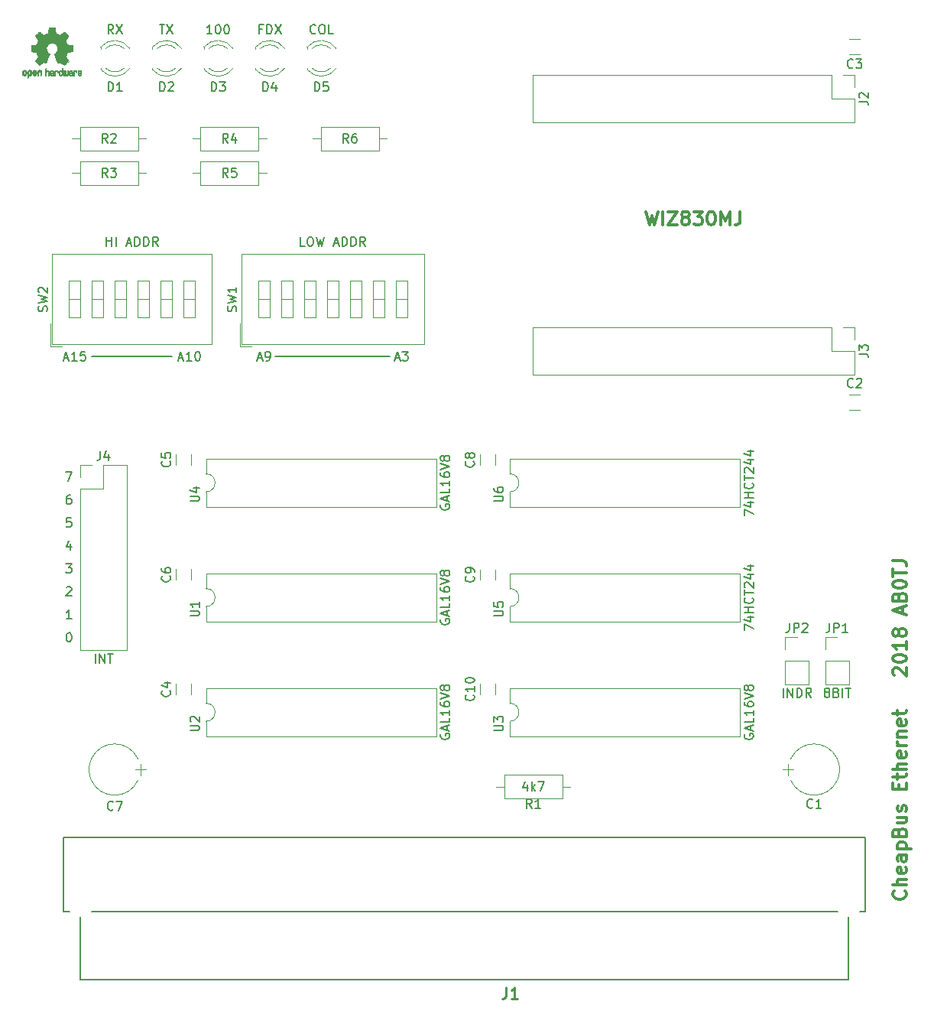
<source format=gbr>
G04 #@! TF.GenerationSoftware,KiCad,Pcbnew,(5.0.2)-1*
G04 #@! TF.CreationDate,2019-01-03T08:37:26-07:00*
G04 #@! TF.ProjectId,Ethernet,45746865-726e-4657-942e-6b696361645f,rev?*
G04 #@! TF.SameCoordinates,Original*
G04 #@! TF.FileFunction,Legend,Top*
G04 #@! TF.FilePolarity,Positive*
%FSLAX46Y46*%
G04 Gerber Fmt 4.6, Leading zero omitted, Abs format (unit mm)*
G04 Created by KiCad (PCBNEW (5.0.2)-1) date 1/3/2019 8:37:26 AM*
%MOMM*%
%LPD*%
G01*
G04 APERTURE LIST*
%ADD10C,0.300000*%
%ADD11C,0.150000*%
%ADD12C,0.200000*%
%ADD13C,0.120000*%
%ADD14C,0.152400*%
%ADD15C,0.010000*%
%ADD16C,0.254000*%
G04 APERTURE END LIST*
D10*
X118645714Y-116282142D02*
X118717142Y-116353571D01*
X118788571Y-116567857D01*
X118788571Y-116710714D01*
X118717142Y-116925000D01*
X118574285Y-117067857D01*
X118431428Y-117139285D01*
X118145714Y-117210714D01*
X117931428Y-117210714D01*
X117645714Y-117139285D01*
X117502857Y-117067857D01*
X117360000Y-116925000D01*
X117288571Y-116710714D01*
X117288571Y-116567857D01*
X117360000Y-116353571D01*
X117431428Y-116282142D01*
X118788571Y-115639285D02*
X117288571Y-115639285D01*
X118788571Y-114996428D02*
X118002857Y-114996428D01*
X117860000Y-115067857D01*
X117788571Y-115210714D01*
X117788571Y-115425000D01*
X117860000Y-115567857D01*
X117931428Y-115639285D01*
X118717142Y-113710714D02*
X118788571Y-113853571D01*
X118788571Y-114139285D01*
X118717142Y-114282142D01*
X118574285Y-114353571D01*
X118002857Y-114353571D01*
X117860000Y-114282142D01*
X117788571Y-114139285D01*
X117788571Y-113853571D01*
X117860000Y-113710714D01*
X118002857Y-113639285D01*
X118145714Y-113639285D01*
X118288571Y-114353571D01*
X118788571Y-112353571D02*
X118002857Y-112353571D01*
X117860000Y-112425000D01*
X117788571Y-112567857D01*
X117788571Y-112853571D01*
X117860000Y-112996428D01*
X118717142Y-112353571D02*
X118788571Y-112496428D01*
X118788571Y-112853571D01*
X118717142Y-112996428D01*
X118574285Y-113067857D01*
X118431428Y-113067857D01*
X118288571Y-112996428D01*
X118217142Y-112853571D01*
X118217142Y-112496428D01*
X118145714Y-112353571D01*
X117788571Y-111639285D02*
X119288571Y-111639285D01*
X117860000Y-111639285D02*
X117788571Y-111496428D01*
X117788571Y-111210714D01*
X117860000Y-111067857D01*
X117931428Y-110996428D01*
X118074285Y-110925000D01*
X118502857Y-110925000D01*
X118645714Y-110996428D01*
X118717142Y-111067857D01*
X118788571Y-111210714D01*
X118788571Y-111496428D01*
X118717142Y-111639285D01*
X118002857Y-109782142D02*
X118074285Y-109567857D01*
X118145714Y-109496428D01*
X118288571Y-109425000D01*
X118502857Y-109425000D01*
X118645714Y-109496428D01*
X118717142Y-109567857D01*
X118788571Y-109710714D01*
X118788571Y-110282142D01*
X117288571Y-110282142D01*
X117288571Y-109782142D01*
X117360000Y-109639285D01*
X117431428Y-109567857D01*
X117574285Y-109496428D01*
X117717142Y-109496428D01*
X117860000Y-109567857D01*
X117931428Y-109639285D01*
X118002857Y-109782142D01*
X118002857Y-110282142D01*
X117788571Y-108139285D02*
X118788571Y-108139285D01*
X117788571Y-108782142D02*
X118574285Y-108782142D01*
X118717142Y-108710714D01*
X118788571Y-108567857D01*
X118788571Y-108353571D01*
X118717142Y-108210714D01*
X118645714Y-108139285D01*
X118717142Y-107496428D02*
X118788571Y-107353571D01*
X118788571Y-107067857D01*
X118717142Y-106925000D01*
X118574285Y-106853571D01*
X118502857Y-106853571D01*
X118360000Y-106925000D01*
X118288571Y-107067857D01*
X118288571Y-107282142D01*
X118217142Y-107425000D01*
X118074285Y-107496428D01*
X118002857Y-107496428D01*
X117860000Y-107425000D01*
X117788571Y-107282142D01*
X117788571Y-107067857D01*
X117860000Y-106925000D01*
X118002857Y-105067857D02*
X118002857Y-104567857D01*
X118788571Y-104353571D02*
X118788571Y-105067857D01*
X117288571Y-105067857D01*
X117288571Y-104353571D01*
X117788571Y-103925000D02*
X117788571Y-103353571D01*
X117288571Y-103710714D02*
X118574285Y-103710714D01*
X118717142Y-103639285D01*
X118788571Y-103496428D01*
X118788571Y-103353571D01*
X118788571Y-102853571D02*
X117288571Y-102853571D01*
X118788571Y-102210714D02*
X118002857Y-102210714D01*
X117860000Y-102282142D01*
X117788571Y-102425000D01*
X117788571Y-102639285D01*
X117860000Y-102782142D01*
X117931428Y-102853571D01*
X118717142Y-100925000D02*
X118788571Y-101067857D01*
X118788571Y-101353571D01*
X118717142Y-101496428D01*
X118574285Y-101567857D01*
X118002857Y-101567857D01*
X117860000Y-101496428D01*
X117788571Y-101353571D01*
X117788571Y-101067857D01*
X117860000Y-100925000D01*
X118002857Y-100853571D01*
X118145714Y-100853571D01*
X118288571Y-101567857D01*
X118788571Y-100210714D02*
X117788571Y-100210714D01*
X118074285Y-100210714D02*
X117931428Y-100139285D01*
X117860000Y-100067857D01*
X117788571Y-99925000D01*
X117788571Y-99782142D01*
X117788571Y-99282142D02*
X118788571Y-99282142D01*
X117931428Y-99282142D02*
X117860000Y-99210714D01*
X117788571Y-99067857D01*
X117788571Y-98853571D01*
X117860000Y-98710714D01*
X118002857Y-98639285D01*
X118788571Y-98639285D01*
X118717142Y-97353571D02*
X118788571Y-97496428D01*
X118788571Y-97782142D01*
X118717142Y-97925000D01*
X118574285Y-97996428D01*
X118002857Y-97996428D01*
X117860000Y-97925000D01*
X117788571Y-97782142D01*
X117788571Y-97496428D01*
X117860000Y-97353571D01*
X118002857Y-97282142D01*
X118145714Y-97282142D01*
X118288571Y-97996428D01*
X117788571Y-96853571D02*
X117788571Y-96282142D01*
X117288571Y-96639285D02*
X118574285Y-96639285D01*
X118717142Y-96567857D01*
X118788571Y-96425000D01*
X118788571Y-96282142D01*
X117431428Y-92425000D02*
X117360000Y-92353571D01*
X117288571Y-92210714D01*
X117288571Y-91853571D01*
X117360000Y-91710714D01*
X117431428Y-91639285D01*
X117574285Y-91567857D01*
X117717142Y-91567857D01*
X117931428Y-91639285D01*
X118788571Y-92496428D01*
X118788571Y-91567857D01*
X117288571Y-90639285D02*
X117288571Y-90496428D01*
X117360000Y-90353571D01*
X117431428Y-90282142D01*
X117574285Y-90210714D01*
X117860000Y-90139285D01*
X118217142Y-90139285D01*
X118502857Y-90210714D01*
X118645714Y-90282142D01*
X118717142Y-90353571D01*
X118788571Y-90496428D01*
X118788571Y-90639285D01*
X118717142Y-90782142D01*
X118645714Y-90853571D01*
X118502857Y-90925000D01*
X118217142Y-90996428D01*
X117860000Y-90996428D01*
X117574285Y-90925000D01*
X117431428Y-90853571D01*
X117360000Y-90782142D01*
X117288571Y-90639285D01*
X118788571Y-88710714D02*
X118788571Y-89567857D01*
X118788571Y-89139285D02*
X117288571Y-89139285D01*
X117502857Y-89282142D01*
X117645714Y-89425000D01*
X117717142Y-89567857D01*
X117931428Y-87853571D02*
X117860000Y-87996428D01*
X117788571Y-88067857D01*
X117645714Y-88139285D01*
X117574285Y-88139285D01*
X117431428Y-88067857D01*
X117360000Y-87996428D01*
X117288571Y-87853571D01*
X117288571Y-87567857D01*
X117360000Y-87425000D01*
X117431428Y-87353571D01*
X117574285Y-87282142D01*
X117645714Y-87282142D01*
X117788571Y-87353571D01*
X117860000Y-87425000D01*
X117931428Y-87567857D01*
X117931428Y-87853571D01*
X118002857Y-87996428D01*
X118074285Y-88067857D01*
X118217142Y-88139285D01*
X118502857Y-88139285D01*
X118645714Y-88067857D01*
X118717142Y-87996428D01*
X118788571Y-87853571D01*
X118788571Y-87567857D01*
X118717142Y-87425000D01*
X118645714Y-87353571D01*
X118502857Y-87282142D01*
X118217142Y-87282142D01*
X118074285Y-87353571D01*
X118002857Y-87425000D01*
X117931428Y-87567857D01*
X118360000Y-85567857D02*
X118360000Y-84853571D01*
X118788571Y-85710714D02*
X117288571Y-85210714D01*
X118788571Y-84710714D01*
X118002857Y-83710714D02*
X118074285Y-83496428D01*
X118145714Y-83425000D01*
X118288571Y-83353571D01*
X118502857Y-83353571D01*
X118645714Y-83425000D01*
X118717142Y-83496428D01*
X118788571Y-83639285D01*
X118788571Y-84210714D01*
X117288571Y-84210714D01*
X117288571Y-83710714D01*
X117360000Y-83567857D01*
X117431428Y-83496428D01*
X117574285Y-83425000D01*
X117717142Y-83425000D01*
X117860000Y-83496428D01*
X117931428Y-83567857D01*
X118002857Y-83710714D01*
X118002857Y-84210714D01*
X117288571Y-82425000D02*
X117288571Y-82282142D01*
X117360000Y-82139285D01*
X117431428Y-82067857D01*
X117574285Y-81996428D01*
X117860000Y-81925000D01*
X118217142Y-81925000D01*
X118502857Y-81996428D01*
X118645714Y-82067857D01*
X118717142Y-82139285D01*
X118788571Y-82282142D01*
X118788571Y-82425000D01*
X118717142Y-82567857D01*
X118645714Y-82639285D01*
X118502857Y-82710714D01*
X118217142Y-82782142D01*
X117860000Y-82782142D01*
X117574285Y-82710714D01*
X117431428Y-82639285D01*
X117360000Y-82567857D01*
X117288571Y-82425000D01*
X117288571Y-81496428D02*
X117288571Y-80639285D01*
X118788571Y-81067857D02*
X117288571Y-81067857D01*
X117288571Y-79710714D02*
X118360000Y-79710714D01*
X118574285Y-79782142D01*
X118717142Y-79925000D01*
X118788571Y-80139285D01*
X118788571Y-80282142D01*
D11*
X25987380Y-87717380D02*
X26082619Y-87717380D01*
X26177857Y-87765000D01*
X26225476Y-87812619D01*
X26273095Y-87907857D01*
X26320714Y-88098333D01*
X26320714Y-88336428D01*
X26273095Y-88526904D01*
X26225476Y-88622142D01*
X26177857Y-88669761D01*
X26082619Y-88717380D01*
X25987380Y-88717380D01*
X25892142Y-88669761D01*
X25844523Y-88622142D01*
X25796904Y-88526904D01*
X25749285Y-88336428D01*
X25749285Y-88098333D01*
X25796904Y-87907857D01*
X25844523Y-87812619D01*
X25892142Y-87765000D01*
X25987380Y-87717380D01*
X26320714Y-86177380D02*
X25749285Y-86177380D01*
X26035000Y-86177380D02*
X26035000Y-85177380D01*
X25939761Y-85320238D01*
X25844523Y-85415476D01*
X25749285Y-85463095D01*
X25749285Y-82732619D02*
X25796904Y-82685000D01*
X25892142Y-82637380D01*
X26130238Y-82637380D01*
X26225476Y-82685000D01*
X26273095Y-82732619D01*
X26320714Y-82827857D01*
X26320714Y-82923095D01*
X26273095Y-83065952D01*
X25701666Y-83637380D01*
X26320714Y-83637380D01*
X25701666Y-80097380D02*
X26320714Y-80097380D01*
X25987380Y-80478333D01*
X26130238Y-80478333D01*
X26225476Y-80525952D01*
X26273095Y-80573571D01*
X26320714Y-80668809D01*
X26320714Y-80906904D01*
X26273095Y-81002142D01*
X26225476Y-81049761D01*
X26130238Y-81097380D01*
X25844523Y-81097380D01*
X25749285Y-81049761D01*
X25701666Y-81002142D01*
X26225476Y-77890714D02*
X26225476Y-78557380D01*
X25987380Y-77509761D02*
X25749285Y-78224047D01*
X26368333Y-78224047D01*
X26273095Y-75017380D02*
X25796904Y-75017380D01*
X25749285Y-75493571D01*
X25796904Y-75445952D01*
X25892142Y-75398333D01*
X26130238Y-75398333D01*
X26225476Y-75445952D01*
X26273095Y-75493571D01*
X26320714Y-75588809D01*
X26320714Y-75826904D01*
X26273095Y-75922142D01*
X26225476Y-75969761D01*
X26130238Y-76017380D01*
X25892142Y-76017380D01*
X25796904Y-75969761D01*
X25749285Y-75922142D01*
X26225476Y-72477380D02*
X26035000Y-72477380D01*
X25939761Y-72525000D01*
X25892142Y-72572619D01*
X25796904Y-72715476D01*
X25749285Y-72905952D01*
X25749285Y-73286904D01*
X25796904Y-73382142D01*
X25844523Y-73429761D01*
X25939761Y-73477380D01*
X26130238Y-73477380D01*
X26225476Y-73429761D01*
X26273095Y-73382142D01*
X26320714Y-73286904D01*
X26320714Y-73048809D01*
X26273095Y-72953571D01*
X26225476Y-72905952D01*
X26130238Y-72858333D01*
X25939761Y-72858333D01*
X25844523Y-72905952D01*
X25796904Y-72953571D01*
X25749285Y-73048809D01*
X25701666Y-69937380D02*
X26368333Y-69937380D01*
X25939761Y-70937380D01*
D12*
X48895000Y-57150000D02*
X61595000Y-57150000D01*
X28575000Y-57150000D02*
X37465000Y-57150000D01*
D11*
X62150714Y-57316666D02*
X62626904Y-57316666D01*
X62055476Y-57602380D02*
X62388809Y-56602380D01*
X62722142Y-57602380D01*
X62960238Y-56602380D02*
X63579285Y-56602380D01*
X63245952Y-56983333D01*
X63388809Y-56983333D01*
X63484047Y-57030952D01*
X63531666Y-57078571D01*
X63579285Y-57173809D01*
X63579285Y-57411904D01*
X63531666Y-57507142D01*
X63484047Y-57554761D01*
X63388809Y-57602380D01*
X63103095Y-57602380D01*
X63007857Y-57554761D01*
X62960238Y-57507142D01*
X46910714Y-57316666D02*
X47386904Y-57316666D01*
X46815476Y-57602380D02*
X47148809Y-56602380D01*
X47482142Y-57602380D01*
X47863095Y-57602380D02*
X48053571Y-57602380D01*
X48148809Y-57554761D01*
X48196428Y-57507142D01*
X48291666Y-57364285D01*
X48339285Y-57173809D01*
X48339285Y-56792857D01*
X48291666Y-56697619D01*
X48244047Y-56650000D01*
X48148809Y-56602380D01*
X47958333Y-56602380D01*
X47863095Y-56650000D01*
X47815476Y-56697619D01*
X47767857Y-56792857D01*
X47767857Y-57030952D01*
X47815476Y-57126190D01*
X47863095Y-57173809D01*
X47958333Y-57221428D01*
X48148809Y-57221428D01*
X48244047Y-57173809D01*
X48291666Y-57126190D01*
X48339285Y-57030952D01*
X38179523Y-57316666D02*
X38655714Y-57316666D01*
X38084285Y-57602380D02*
X38417619Y-56602380D01*
X38750952Y-57602380D01*
X39608095Y-57602380D02*
X39036666Y-57602380D01*
X39322380Y-57602380D02*
X39322380Y-56602380D01*
X39227142Y-56745238D01*
X39131904Y-56840476D01*
X39036666Y-56888095D01*
X40227142Y-56602380D02*
X40322380Y-56602380D01*
X40417619Y-56650000D01*
X40465238Y-56697619D01*
X40512857Y-56792857D01*
X40560476Y-56983333D01*
X40560476Y-57221428D01*
X40512857Y-57411904D01*
X40465238Y-57507142D01*
X40417619Y-57554761D01*
X40322380Y-57602380D01*
X40227142Y-57602380D01*
X40131904Y-57554761D01*
X40084285Y-57507142D01*
X40036666Y-57411904D01*
X39989047Y-57221428D01*
X39989047Y-56983333D01*
X40036666Y-56792857D01*
X40084285Y-56697619D01*
X40131904Y-56650000D01*
X40227142Y-56602380D01*
X25479523Y-57316666D02*
X25955714Y-57316666D01*
X25384285Y-57602380D02*
X25717619Y-56602380D01*
X26050952Y-57602380D01*
X26908095Y-57602380D02*
X26336666Y-57602380D01*
X26622380Y-57602380D02*
X26622380Y-56602380D01*
X26527142Y-56745238D01*
X26431904Y-56840476D01*
X26336666Y-56888095D01*
X27812857Y-56602380D02*
X27336666Y-56602380D01*
X27289047Y-57078571D01*
X27336666Y-57030952D01*
X27431904Y-56983333D01*
X27670000Y-56983333D01*
X27765238Y-57030952D01*
X27812857Y-57078571D01*
X27860476Y-57173809D01*
X27860476Y-57411904D01*
X27812857Y-57507142D01*
X27765238Y-57554761D01*
X27670000Y-57602380D01*
X27431904Y-57602380D01*
X27336666Y-57554761D01*
X27289047Y-57507142D01*
D10*
X89964285Y-41088571D02*
X90321428Y-42588571D01*
X90607142Y-41517142D01*
X90892857Y-42588571D01*
X91250000Y-41088571D01*
X91821428Y-42588571D02*
X91821428Y-41088571D01*
X92392857Y-41088571D02*
X93392857Y-41088571D01*
X92392857Y-42588571D01*
X93392857Y-42588571D01*
X94178571Y-41731428D02*
X94035714Y-41660000D01*
X93964285Y-41588571D01*
X93892857Y-41445714D01*
X93892857Y-41374285D01*
X93964285Y-41231428D01*
X94035714Y-41160000D01*
X94178571Y-41088571D01*
X94464285Y-41088571D01*
X94607142Y-41160000D01*
X94678571Y-41231428D01*
X94750000Y-41374285D01*
X94750000Y-41445714D01*
X94678571Y-41588571D01*
X94607142Y-41660000D01*
X94464285Y-41731428D01*
X94178571Y-41731428D01*
X94035714Y-41802857D01*
X93964285Y-41874285D01*
X93892857Y-42017142D01*
X93892857Y-42302857D01*
X93964285Y-42445714D01*
X94035714Y-42517142D01*
X94178571Y-42588571D01*
X94464285Y-42588571D01*
X94607142Y-42517142D01*
X94678571Y-42445714D01*
X94750000Y-42302857D01*
X94750000Y-42017142D01*
X94678571Y-41874285D01*
X94607142Y-41802857D01*
X94464285Y-41731428D01*
X95250000Y-41088571D02*
X96178571Y-41088571D01*
X95678571Y-41660000D01*
X95892857Y-41660000D01*
X96035714Y-41731428D01*
X96107142Y-41802857D01*
X96178571Y-41945714D01*
X96178571Y-42302857D01*
X96107142Y-42445714D01*
X96035714Y-42517142D01*
X95892857Y-42588571D01*
X95464285Y-42588571D01*
X95321428Y-42517142D01*
X95250000Y-42445714D01*
X97107142Y-41088571D02*
X97250000Y-41088571D01*
X97392857Y-41160000D01*
X97464285Y-41231428D01*
X97535714Y-41374285D01*
X97607142Y-41660000D01*
X97607142Y-42017142D01*
X97535714Y-42302857D01*
X97464285Y-42445714D01*
X97392857Y-42517142D01*
X97250000Y-42588571D01*
X97107142Y-42588571D01*
X96964285Y-42517142D01*
X96892857Y-42445714D01*
X96821428Y-42302857D01*
X96750000Y-42017142D01*
X96750000Y-41660000D01*
X96821428Y-41374285D01*
X96892857Y-41231428D01*
X96964285Y-41160000D01*
X97107142Y-41088571D01*
X98250000Y-42588571D02*
X98250000Y-41088571D01*
X98750000Y-42160000D01*
X99250000Y-41088571D01*
X99250000Y-42588571D01*
X100392857Y-41088571D02*
X100392857Y-42160000D01*
X100321428Y-42374285D01*
X100178571Y-42517142D01*
X99964285Y-42588571D01*
X99821428Y-42588571D01*
D13*
G04 #@! TO.C,U4*
X41215000Y-68470000D02*
X41215000Y-70120000D01*
X66735000Y-68470000D02*
X41215000Y-68470000D01*
X66735000Y-73770000D02*
X66735000Y-68470000D01*
X41215000Y-73770000D02*
X66735000Y-73770000D01*
X41215000Y-72120000D02*
X41215000Y-73770000D01*
X41215000Y-70120000D02*
G75*
G02X41215000Y-72120000I0J-1000000D01*
G01*
G04 #@! TO.C,SW2*
X38735000Y-50800000D02*
X40005000Y-50800000D01*
X38735000Y-48770000D02*
X38735000Y-52830000D01*
X40005000Y-48770000D02*
X38735000Y-48770000D01*
X40005000Y-52830000D02*
X40005000Y-48770000D01*
X38735000Y-52830000D02*
X40005000Y-52830000D01*
X36195000Y-50800000D02*
X37465000Y-50800000D01*
X36195000Y-48770000D02*
X36195000Y-52830000D01*
X37465000Y-48770000D02*
X36195000Y-48770000D01*
X37465000Y-52830000D02*
X37465000Y-48770000D01*
X36195000Y-52830000D02*
X37465000Y-52830000D01*
X33655000Y-50800000D02*
X34925000Y-50800000D01*
X33655000Y-48770000D02*
X33655000Y-52830000D01*
X34925000Y-48770000D02*
X33655000Y-48770000D01*
X34925000Y-52830000D02*
X34925000Y-48770000D01*
X33655000Y-52830000D02*
X34925000Y-52830000D01*
X31115000Y-50800000D02*
X32385000Y-50800000D01*
X31115000Y-48770000D02*
X31115000Y-52830000D01*
X32385000Y-48770000D02*
X31115000Y-48770000D01*
X32385000Y-52830000D02*
X32385000Y-48770000D01*
X31115000Y-52830000D02*
X32385000Y-52830000D01*
X28575000Y-50800000D02*
X29845000Y-50800000D01*
X28575000Y-48770000D02*
X28575000Y-52830000D01*
X29845000Y-48770000D02*
X28575000Y-48770000D01*
X29845000Y-52830000D02*
X29845000Y-48770000D01*
X28575000Y-52830000D02*
X29845000Y-52830000D01*
X26035000Y-50800000D02*
X27305000Y-50800000D01*
X26035000Y-48770000D02*
X26035000Y-52830000D01*
X27305000Y-48770000D02*
X26035000Y-48770000D01*
X27305000Y-52830000D02*
X27305000Y-48770000D01*
X26035000Y-52830000D02*
X27305000Y-52830000D01*
X41850000Y-55810000D02*
X24190000Y-55810000D01*
X41850000Y-45790000D02*
X41850000Y-55810000D01*
X24190000Y-45790000D02*
X41850000Y-45790000D01*
X24190000Y-55810000D02*
X24190000Y-45790000D01*
X23990000Y-56010000D02*
X23990000Y-53470000D01*
X23990000Y-56010000D02*
X25260000Y-56010000D01*
G04 #@! TO.C,SW1*
X62230000Y-50800000D02*
X63500000Y-50800000D01*
X62230000Y-48770000D02*
X62230000Y-52830000D01*
X63500000Y-48770000D02*
X62230000Y-48770000D01*
X63500000Y-52830000D02*
X63500000Y-48770000D01*
X62230000Y-52830000D02*
X63500000Y-52830000D01*
X59690000Y-50800000D02*
X60960000Y-50800000D01*
X59690000Y-48770000D02*
X59690000Y-52830000D01*
X60960000Y-48770000D02*
X59690000Y-48770000D01*
X60960000Y-52830000D02*
X60960000Y-48770000D01*
X59690000Y-52830000D02*
X60960000Y-52830000D01*
X57150000Y-50800000D02*
X58420000Y-50800000D01*
X57150000Y-48770000D02*
X57150000Y-52830000D01*
X58420000Y-48770000D02*
X57150000Y-48770000D01*
X58420000Y-52830000D02*
X58420000Y-48770000D01*
X57150000Y-52830000D02*
X58420000Y-52830000D01*
X54610000Y-50800000D02*
X55880000Y-50800000D01*
X54610000Y-48770000D02*
X54610000Y-52830000D01*
X55880000Y-48770000D02*
X54610000Y-48770000D01*
X55880000Y-52830000D02*
X55880000Y-48770000D01*
X54610000Y-52830000D02*
X55880000Y-52830000D01*
X52070000Y-50800000D02*
X53340000Y-50800000D01*
X52070000Y-48770000D02*
X52070000Y-52830000D01*
X53340000Y-48770000D02*
X52070000Y-48770000D01*
X53340000Y-52830000D02*
X53340000Y-48770000D01*
X52070000Y-52830000D02*
X53340000Y-52830000D01*
X49530000Y-50800000D02*
X50800000Y-50800000D01*
X49530000Y-48770000D02*
X49530000Y-52830000D01*
X50800000Y-48770000D02*
X49530000Y-48770000D01*
X50800000Y-52830000D02*
X50800000Y-48770000D01*
X49530000Y-52830000D02*
X50800000Y-52830000D01*
X46990000Y-50800000D02*
X48260000Y-50800000D01*
X46990000Y-48770000D02*
X46990000Y-52830000D01*
X48260000Y-48770000D02*
X46990000Y-48770000D01*
X48260000Y-52830000D02*
X48260000Y-48770000D01*
X46990000Y-52830000D02*
X48260000Y-52830000D01*
X65345000Y-55810000D02*
X45145000Y-55810000D01*
X65345000Y-45790000D02*
X65345000Y-55810000D01*
X45145000Y-45790000D02*
X65345000Y-45790000D01*
X45145000Y-55810000D02*
X45145000Y-45790000D01*
X44945000Y-56010000D02*
X44945000Y-53470000D01*
X44945000Y-56010000D02*
X46215000Y-56010000D01*
G04 #@! TO.C,C1*
X111148269Y-101690033D02*
G75*
G03X105981746Y-101690000I-2583269J-1179967D01*
G01*
X111148269Y-104049967D02*
G75*
G02X105981746Y-104050000I-2583269J1179967D01*
G01*
X111148269Y-104049967D02*
G75*
G03X111148254Y-101690000I-2583269J1179967D01*
G01*
X105115000Y-102870000D02*
X106315000Y-102870000D01*
X105715000Y-102220000D02*
X105715000Y-103520000D01*
G04 #@! TO.C,C7*
X33945000Y-103520000D02*
X33945000Y-102220000D01*
X34545000Y-102870000D02*
X33345000Y-102870000D01*
X28511731Y-101690033D02*
G75*
G03X28511746Y-104050000I2583269J-1179967D01*
G01*
X28511731Y-101690033D02*
G75*
G02X33678254Y-101690000I2583269J-1179967D01*
G01*
X28511731Y-104049967D02*
G75*
G03X33678254Y-104050000I2583269J1179967D01*
G01*
G04 #@! TO.C,C9*
X73251000Y-80713000D02*
X73251000Y-81887000D01*
X71529000Y-80713000D02*
X71529000Y-81887000D01*
G04 #@! TO.C,C3*
X112463000Y-23721000D02*
X113637000Y-23721000D01*
X112463000Y-21999000D02*
X113637000Y-21999000D01*
G04 #@! TO.C,C4*
X39596000Y-93373000D02*
X39596000Y-94547000D01*
X37874000Y-93373000D02*
X37874000Y-94547000D01*
G04 #@! TO.C,C5*
X37874000Y-67973000D02*
X37874000Y-69147000D01*
X39596000Y-67973000D02*
X39596000Y-69147000D01*
G04 #@! TO.C,C6*
X39596000Y-80673000D02*
X39596000Y-81847000D01*
X37874000Y-80673000D02*
X37874000Y-81847000D01*
G04 #@! TO.C,C8*
X71529000Y-67973000D02*
X71529000Y-69147000D01*
X73251000Y-67973000D02*
X73251000Y-69147000D01*
G04 #@! TO.C,C10*
X73251000Y-93373000D02*
X73251000Y-94547000D01*
X71529000Y-93373000D02*
X71529000Y-94547000D01*
G04 #@! TO.C,C2*
X112463000Y-63091000D02*
X113637000Y-63091000D01*
X112463000Y-61369000D02*
X113637000Y-61369000D01*
G04 #@! TO.C,U5*
X74870000Y-81170000D02*
X74870000Y-82820000D01*
X100390000Y-81170000D02*
X74870000Y-81170000D01*
X100390000Y-86470000D02*
X100390000Y-81170000D01*
X74870000Y-86470000D02*
X100390000Y-86470000D01*
X74870000Y-84820000D02*
X74870000Y-86470000D01*
X74870000Y-82820000D02*
G75*
G02X74870000Y-84820000I0J-1000000D01*
G01*
G04 #@! TO.C,U3*
X74870000Y-95520000D02*
G75*
G02X74870000Y-97520000I0J-1000000D01*
G01*
X74870000Y-97520000D02*
X74870000Y-99170000D01*
X74870000Y-99170000D02*
X100390000Y-99170000D01*
X100390000Y-99170000D02*
X100390000Y-93870000D01*
X100390000Y-93870000D02*
X74870000Y-93870000D01*
X74870000Y-93870000D02*
X74870000Y-95520000D01*
G04 #@! TO.C,U2*
X41215000Y-93870000D02*
X41215000Y-95520000D01*
X66735000Y-93870000D02*
X41215000Y-93870000D01*
X66735000Y-99170000D02*
X66735000Y-93870000D01*
X41215000Y-99170000D02*
X66735000Y-99170000D01*
X41215000Y-97520000D02*
X41215000Y-99170000D01*
X41215000Y-95520000D02*
G75*
G02X41215000Y-97520000I0J-1000000D01*
G01*
G04 #@! TO.C,U1*
X41215000Y-82820000D02*
G75*
G02X41215000Y-84820000I0J-1000000D01*
G01*
X41215000Y-84820000D02*
X41215000Y-86470000D01*
X41215000Y-86470000D02*
X66735000Y-86470000D01*
X66735000Y-86470000D02*
X66735000Y-81170000D01*
X66735000Y-81170000D02*
X41215000Y-81170000D01*
X41215000Y-81170000D02*
X41215000Y-82820000D01*
G04 #@! TO.C,U6*
X74870000Y-68470000D02*
X74870000Y-70120000D01*
X100390000Y-68470000D02*
X74870000Y-68470000D01*
X100390000Y-73770000D02*
X100390000Y-68470000D01*
X74870000Y-73770000D02*
X100390000Y-73770000D01*
X74870000Y-72120000D02*
X74870000Y-73770000D01*
X74870000Y-70120000D02*
G75*
G02X74870000Y-72120000I0J-1000000D01*
G01*
G04 #@! TO.C,D5*
X52415000Y-25210000D02*
X52415000Y-25366000D01*
X52415000Y-22894000D02*
X52415000Y-23050000D01*
X55016130Y-25209837D02*
G75*
G02X52934039Y-25210000I-1041130J1079837D01*
G01*
X55016130Y-23050163D02*
G75*
G03X52934039Y-23050000I-1041130J-1079837D01*
G01*
X55647335Y-25208608D02*
G75*
G02X52415000Y-25365516I-1672335J1078608D01*
G01*
X55647335Y-23051392D02*
G75*
G03X52415000Y-22894484I-1672335J-1078608D01*
G01*
G04 #@! TO.C,D1*
X32787335Y-23051392D02*
G75*
G03X29555000Y-22894484I-1672335J-1078608D01*
G01*
X32787335Y-25208608D02*
G75*
G02X29555000Y-25365516I-1672335J1078608D01*
G01*
X32156130Y-23050163D02*
G75*
G03X30074039Y-23050000I-1041130J-1079837D01*
G01*
X32156130Y-25209837D02*
G75*
G02X30074039Y-25210000I-1041130J1079837D01*
G01*
X29555000Y-22894000D02*
X29555000Y-23050000D01*
X29555000Y-25210000D02*
X29555000Y-25366000D01*
G04 #@! TO.C,D2*
X35270000Y-25210000D02*
X35270000Y-25366000D01*
X35270000Y-22894000D02*
X35270000Y-23050000D01*
X37871130Y-25209837D02*
G75*
G02X35789039Y-25210000I-1041130J1079837D01*
G01*
X37871130Y-23050163D02*
G75*
G03X35789039Y-23050000I-1041130J-1079837D01*
G01*
X38502335Y-25208608D02*
G75*
G02X35270000Y-25365516I-1672335J1078608D01*
G01*
X38502335Y-23051392D02*
G75*
G03X35270000Y-22894484I-1672335J-1078608D01*
G01*
G04 #@! TO.C,D3*
X44217335Y-23051392D02*
G75*
G03X40985000Y-22894484I-1672335J-1078608D01*
G01*
X44217335Y-25208608D02*
G75*
G02X40985000Y-25365516I-1672335J1078608D01*
G01*
X43586130Y-23050163D02*
G75*
G03X41504039Y-23050000I-1041130J-1079837D01*
G01*
X43586130Y-25209837D02*
G75*
G02X41504039Y-25210000I-1041130J1079837D01*
G01*
X40985000Y-22894000D02*
X40985000Y-23050000D01*
X40985000Y-25210000D02*
X40985000Y-25366000D01*
G04 #@! TO.C,D4*
X46700000Y-25210000D02*
X46700000Y-25366000D01*
X46700000Y-22894000D02*
X46700000Y-23050000D01*
X49301130Y-25209837D02*
G75*
G02X47219039Y-25210000I-1041130J1079837D01*
G01*
X49301130Y-23050163D02*
G75*
G03X47219039Y-23050000I-1041130J-1079837D01*
G01*
X49932335Y-25208608D02*
G75*
G02X46700000Y-25365516I-1672335J1078608D01*
G01*
X49932335Y-23051392D02*
G75*
G03X46700000Y-22894484I-1672335J-1078608D01*
G01*
G04 #@! TO.C,JP1*
X109795000Y-93405000D02*
X112455000Y-93405000D01*
X109795000Y-90805000D02*
X109795000Y-93405000D01*
X112455000Y-90805000D02*
X112455000Y-93405000D01*
X109795000Y-90805000D02*
X112455000Y-90805000D01*
X109795000Y-89535000D02*
X109795000Y-88205000D01*
X109795000Y-88205000D02*
X111125000Y-88205000D01*
G04 #@! TO.C,JP2*
X105350000Y-88205000D02*
X106680000Y-88205000D01*
X105350000Y-89535000D02*
X105350000Y-88205000D01*
X105350000Y-90805000D02*
X108010000Y-90805000D01*
X108010000Y-90805000D02*
X108010000Y-93405000D01*
X105350000Y-90805000D02*
X105350000Y-93405000D01*
X105350000Y-93405000D02*
X108010000Y-93405000D01*
G04 #@! TO.C,J4*
X27245000Y-69155000D02*
X28575000Y-69155000D01*
X27245000Y-70485000D02*
X27245000Y-69155000D01*
X29845000Y-69155000D02*
X32445000Y-69155000D01*
X29845000Y-71755000D02*
X29845000Y-69155000D01*
X27245000Y-71755000D02*
X29845000Y-71755000D01*
X32445000Y-69155000D02*
X32445000Y-89595000D01*
X27245000Y-71755000D02*
X27245000Y-89595000D01*
X27245000Y-89595000D02*
X32445000Y-89595000D01*
G04 #@! TO.C,J2*
X77410000Y-25975000D02*
X77410000Y-31175000D01*
X110490000Y-25975000D02*
X77410000Y-25975000D01*
X113090000Y-31175000D02*
X77410000Y-31175000D01*
X110490000Y-25975000D02*
X110490000Y-28575000D01*
X110490000Y-28575000D02*
X113090000Y-28575000D01*
X113090000Y-28575000D02*
X113090000Y-31175000D01*
X111760000Y-25975000D02*
X113090000Y-25975000D01*
X113090000Y-25975000D02*
X113090000Y-27305000D01*
G04 #@! TO.C,J3*
X113090000Y-53915000D02*
X113090000Y-55245000D01*
X111760000Y-53915000D02*
X113090000Y-53915000D01*
X113090000Y-56515000D02*
X113090000Y-59115000D01*
X110490000Y-56515000D02*
X113090000Y-56515000D01*
X110490000Y-53915000D02*
X110490000Y-56515000D01*
X113090000Y-59115000D02*
X77410000Y-59115000D01*
X110490000Y-53915000D02*
X77410000Y-53915000D01*
X77410000Y-53915000D02*
X77410000Y-59115000D01*
G04 #@! TO.C,R4*
X40605000Y-31710000D02*
X40605000Y-34330000D01*
X40605000Y-34330000D02*
X47025000Y-34330000D01*
X47025000Y-34330000D02*
X47025000Y-31710000D01*
X47025000Y-31710000D02*
X40605000Y-31710000D01*
X39715000Y-33020000D02*
X40605000Y-33020000D01*
X47915000Y-33020000D02*
X47025000Y-33020000D01*
G04 #@! TO.C,R5*
X47915000Y-36830000D02*
X47025000Y-36830000D01*
X39715000Y-36830000D02*
X40605000Y-36830000D01*
X47025000Y-35520000D02*
X40605000Y-35520000D01*
X47025000Y-38140000D02*
X47025000Y-35520000D01*
X40605000Y-38140000D02*
X47025000Y-38140000D01*
X40605000Y-35520000D02*
X40605000Y-38140000D01*
G04 #@! TO.C,R6*
X53940000Y-31710000D02*
X53940000Y-34330000D01*
X53940000Y-34330000D02*
X60360000Y-34330000D01*
X60360000Y-34330000D02*
X60360000Y-31710000D01*
X60360000Y-31710000D02*
X53940000Y-31710000D01*
X53050000Y-33020000D02*
X53940000Y-33020000D01*
X61250000Y-33020000D02*
X60360000Y-33020000D01*
G04 #@! TO.C,R1*
X81570000Y-104775000D02*
X80680000Y-104775000D01*
X73370000Y-104775000D02*
X74260000Y-104775000D01*
X80680000Y-103465000D02*
X74260000Y-103465000D01*
X80680000Y-106085000D02*
X80680000Y-103465000D01*
X74260000Y-106085000D02*
X80680000Y-106085000D01*
X74260000Y-103465000D02*
X74260000Y-106085000D01*
G04 #@! TO.C,R2*
X27270000Y-31710000D02*
X27270000Y-34330000D01*
X27270000Y-34330000D02*
X33690000Y-34330000D01*
X33690000Y-34330000D02*
X33690000Y-31710000D01*
X33690000Y-31710000D02*
X27270000Y-31710000D01*
X26380000Y-33020000D02*
X27270000Y-33020000D01*
X34580000Y-33020000D02*
X33690000Y-33020000D01*
G04 #@! TO.C,R3*
X34580000Y-36830000D02*
X33690000Y-36830000D01*
X26380000Y-36830000D02*
X27270000Y-36830000D01*
X33690000Y-35520000D02*
X27270000Y-35520000D01*
X33690000Y-38140000D02*
X33690000Y-35520000D01*
X27270000Y-38140000D02*
X33690000Y-38140000D01*
X27270000Y-35520000D02*
X27270000Y-38140000D01*
D14*
G04 #@! TO.C,J1*
X112395000Y-126111000D02*
X112395000Y-119176800D01*
X27305000Y-126111000D02*
X112395000Y-126111000D01*
X27305000Y-119176800D02*
X27305000Y-126111000D01*
X111150400Y-118618000D02*
X28549600Y-118618000D01*
X114249200Y-118618000D02*
X114249200Y-110388400D01*
X25450800Y-118618000D02*
X26060400Y-118618000D01*
X25450800Y-110388400D02*
X25450800Y-118618000D01*
X114249200Y-110388400D02*
X25450800Y-110388400D01*
X113639600Y-118618000D02*
X114249200Y-118618000D01*
D15*
G04 #@! TO.C,REF\002A\002A\002A*
G36*
X21729744Y-25414918D02*
X21785201Y-25442568D01*
X21834148Y-25493480D01*
X21847629Y-25512338D01*
X21862314Y-25537015D01*
X21871842Y-25563816D01*
X21877293Y-25599587D01*
X21879747Y-25651169D01*
X21880286Y-25719267D01*
X21877852Y-25812588D01*
X21869394Y-25882657D01*
X21853174Y-25934931D01*
X21827454Y-25974869D01*
X21790497Y-26007929D01*
X21787782Y-26009886D01*
X21751360Y-26029908D01*
X21707502Y-26039815D01*
X21651724Y-26042257D01*
X21561048Y-26042257D01*
X21561010Y-26130283D01*
X21560166Y-26179308D01*
X21555024Y-26208065D01*
X21541587Y-26225311D01*
X21515858Y-26239808D01*
X21509679Y-26242769D01*
X21480764Y-26256648D01*
X21458376Y-26265414D01*
X21441729Y-26266171D01*
X21430036Y-26256023D01*
X21422510Y-26232073D01*
X21418366Y-26191426D01*
X21416815Y-26131186D01*
X21417071Y-26048455D01*
X21418349Y-25940339D01*
X21418748Y-25908000D01*
X21420185Y-25796524D01*
X21421472Y-25723603D01*
X21560971Y-25723603D01*
X21561755Y-25785499D01*
X21565240Y-25825997D01*
X21573124Y-25852708D01*
X21587105Y-25873244D01*
X21596597Y-25883260D01*
X21635404Y-25912567D01*
X21669763Y-25914952D01*
X21705216Y-25890750D01*
X21706114Y-25889857D01*
X21720539Y-25871153D01*
X21729313Y-25845732D01*
X21733739Y-25806584D01*
X21735118Y-25746697D01*
X21735143Y-25733430D01*
X21731812Y-25650901D01*
X21720969Y-25593691D01*
X21701340Y-25558766D01*
X21671650Y-25543094D01*
X21654491Y-25541514D01*
X21613766Y-25548926D01*
X21585832Y-25573330D01*
X21569017Y-25617980D01*
X21561650Y-25686130D01*
X21560971Y-25723603D01*
X21421472Y-25723603D01*
X21421708Y-25710245D01*
X21423677Y-25645333D01*
X21426450Y-25597958D01*
X21430388Y-25564290D01*
X21435849Y-25540498D01*
X21443192Y-25522753D01*
X21452777Y-25507224D01*
X21456887Y-25501381D01*
X21511405Y-25446185D01*
X21580336Y-25414890D01*
X21660072Y-25406165D01*
X21729744Y-25414918D01*
X21729744Y-25414918D01*
G37*
X21729744Y-25414918D02*
X21785201Y-25442568D01*
X21834148Y-25493480D01*
X21847629Y-25512338D01*
X21862314Y-25537015D01*
X21871842Y-25563816D01*
X21877293Y-25599587D01*
X21879747Y-25651169D01*
X21880286Y-25719267D01*
X21877852Y-25812588D01*
X21869394Y-25882657D01*
X21853174Y-25934931D01*
X21827454Y-25974869D01*
X21790497Y-26007929D01*
X21787782Y-26009886D01*
X21751360Y-26029908D01*
X21707502Y-26039815D01*
X21651724Y-26042257D01*
X21561048Y-26042257D01*
X21561010Y-26130283D01*
X21560166Y-26179308D01*
X21555024Y-26208065D01*
X21541587Y-26225311D01*
X21515858Y-26239808D01*
X21509679Y-26242769D01*
X21480764Y-26256648D01*
X21458376Y-26265414D01*
X21441729Y-26266171D01*
X21430036Y-26256023D01*
X21422510Y-26232073D01*
X21418366Y-26191426D01*
X21416815Y-26131186D01*
X21417071Y-26048455D01*
X21418349Y-25940339D01*
X21418748Y-25908000D01*
X21420185Y-25796524D01*
X21421472Y-25723603D01*
X21560971Y-25723603D01*
X21561755Y-25785499D01*
X21565240Y-25825997D01*
X21573124Y-25852708D01*
X21587105Y-25873244D01*
X21596597Y-25883260D01*
X21635404Y-25912567D01*
X21669763Y-25914952D01*
X21705216Y-25890750D01*
X21706114Y-25889857D01*
X21720539Y-25871153D01*
X21729313Y-25845732D01*
X21733739Y-25806584D01*
X21735118Y-25746697D01*
X21735143Y-25733430D01*
X21731812Y-25650901D01*
X21720969Y-25593691D01*
X21701340Y-25558766D01*
X21671650Y-25543094D01*
X21654491Y-25541514D01*
X21613766Y-25548926D01*
X21585832Y-25573330D01*
X21569017Y-25617980D01*
X21561650Y-25686130D01*
X21560971Y-25723603D01*
X21421472Y-25723603D01*
X21421708Y-25710245D01*
X21423677Y-25645333D01*
X21426450Y-25597958D01*
X21430388Y-25564290D01*
X21435849Y-25540498D01*
X21443192Y-25522753D01*
X21452777Y-25507224D01*
X21456887Y-25501381D01*
X21511405Y-25446185D01*
X21580336Y-25414890D01*
X21660072Y-25406165D01*
X21729744Y-25414918D01*
G36*
X22846093Y-25422780D02*
X22892672Y-25449723D01*
X22925057Y-25476466D01*
X22948742Y-25504484D01*
X22965059Y-25538748D01*
X22975339Y-25584227D01*
X22980914Y-25645892D01*
X22983116Y-25728711D01*
X22983371Y-25788246D01*
X22983371Y-26007391D01*
X22921686Y-26035044D01*
X22860000Y-26062697D01*
X22852743Y-25822670D01*
X22849744Y-25733028D01*
X22846598Y-25667962D01*
X22842701Y-25623026D01*
X22837447Y-25593770D01*
X22830231Y-25575748D01*
X22820450Y-25564511D01*
X22817312Y-25562079D01*
X22769761Y-25543083D01*
X22721697Y-25550600D01*
X22693086Y-25570543D01*
X22681447Y-25584675D01*
X22673391Y-25603220D01*
X22668271Y-25631334D01*
X22665441Y-25674173D01*
X22664256Y-25736895D01*
X22664057Y-25802261D01*
X22664018Y-25884268D01*
X22662614Y-25942316D01*
X22657914Y-25981465D01*
X22647987Y-26006780D01*
X22630903Y-26023323D01*
X22604732Y-26036156D01*
X22569775Y-26049491D01*
X22531596Y-26064007D01*
X22536141Y-25806389D01*
X22537971Y-25713519D01*
X22540112Y-25644889D01*
X22543181Y-25595711D01*
X22547794Y-25561198D01*
X22554568Y-25536562D01*
X22564119Y-25517016D01*
X22575634Y-25499770D01*
X22631190Y-25444680D01*
X22698980Y-25412822D01*
X22772713Y-25405191D01*
X22846093Y-25422780D01*
X22846093Y-25422780D01*
G37*
X22846093Y-25422780D02*
X22892672Y-25449723D01*
X22925057Y-25476466D01*
X22948742Y-25504484D01*
X22965059Y-25538748D01*
X22975339Y-25584227D01*
X22980914Y-25645892D01*
X22983116Y-25728711D01*
X22983371Y-25788246D01*
X22983371Y-26007391D01*
X22921686Y-26035044D01*
X22860000Y-26062697D01*
X22852743Y-25822670D01*
X22849744Y-25733028D01*
X22846598Y-25667962D01*
X22842701Y-25623026D01*
X22837447Y-25593770D01*
X22830231Y-25575748D01*
X22820450Y-25564511D01*
X22817312Y-25562079D01*
X22769761Y-25543083D01*
X22721697Y-25550600D01*
X22693086Y-25570543D01*
X22681447Y-25584675D01*
X22673391Y-25603220D01*
X22668271Y-25631334D01*
X22665441Y-25674173D01*
X22664256Y-25736895D01*
X22664057Y-25802261D01*
X22664018Y-25884268D01*
X22662614Y-25942316D01*
X22657914Y-25981465D01*
X22647987Y-26006780D01*
X22630903Y-26023323D01*
X22604732Y-26036156D01*
X22569775Y-26049491D01*
X22531596Y-26064007D01*
X22536141Y-25806389D01*
X22537971Y-25713519D01*
X22540112Y-25644889D01*
X22543181Y-25595711D01*
X22547794Y-25561198D01*
X22554568Y-25536562D01*
X22564119Y-25517016D01*
X22575634Y-25499770D01*
X22631190Y-25444680D01*
X22698980Y-25412822D01*
X22772713Y-25405191D01*
X22846093Y-25422780D01*
G36*
X21171115Y-25416962D02*
X21239145Y-25452733D01*
X21289351Y-25510301D01*
X21307185Y-25547312D01*
X21321063Y-25602882D01*
X21328167Y-25673096D01*
X21328840Y-25749727D01*
X21323427Y-25824552D01*
X21312270Y-25889342D01*
X21295714Y-25935873D01*
X21290626Y-25943887D01*
X21230355Y-26003707D01*
X21158769Y-26039535D01*
X21081092Y-26050020D01*
X21002548Y-26033810D01*
X20980689Y-26024092D01*
X20938122Y-25994143D01*
X20900763Y-25954433D01*
X20897232Y-25949397D01*
X20882881Y-25925124D01*
X20873394Y-25899178D01*
X20867790Y-25865022D01*
X20865086Y-25816119D01*
X20864299Y-25745935D01*
X20864286Y-25730200D01*
X20864322Y-25725192D01*
X21009429Y-25725192D01*
X21010273Y-25791430D01*
X21013596Y-25835386D01*
X21020583Y-25863779D01*
X21032416Y-25883325D01*
X21038457Y-25889857D01*
X21073186Y-25914680D01*
X21106903Y-25913548D01*
X21140995Y-25892016D01*
X21161329Y-25869029D01*
X21173371Y-25835478D01*
X21180134Y-25782569D01*
X21180598Y-25776399D01*
X21181752Y-25680513D01*
X21169688Y-25609299D01*
X21144570Y-25563194D01*
X21106560Y-25542635D01*
X21092992Y-25541514D01*
X21057364Y-25547152D01*
X21032994Y-25566686D01*
X21018093Y-25604042D01*
X21010875Y-25663150D01*
X21009429Y-25725192D01*
X20864322Y-25725192D01*
X20864826Y-25655413D01*
X20867096Y-25603159D01*
X20872068Y-25566949D01*
X20880713Y-25540299D01*
X20894005Y-25516722D01*
X20896943Y-25512338D01*
X20946313Y-25453249D01*
X21000109Y-25418947D01*
X21065602Y-25405331D01*
X21087842Y-25404665D01*
X21171115Y-25416962D01*
X21171115Y-25416962D01*
G37*
X21171115Y-25416962D02*
X21239145Y-25452733D01*
X21289351Y-25510301D01*
X21307185Y-25547312D01*
X21321063Y-25602882D01*
X21328167Y-25673096D01*
X21328840Y-25749727D01*
X21323427Y-25824552D01*
X21312270Y-25889342D01*
X21295714Y-25935873D01*
X21290626Y-25943887D01*
X21230355Y-26003707D01*
X21158769Y-26039535D01*
X21081092Y-26050020D01*
X21002548Y-26033810D01*
X20980689Y-26024092D01*
X20938122Y-25994143D01*
X20900763Y-25954433D01*
X20897232Y-25949397D01*
X20882881Y-25925124D01*
X20873394Y-25899178D01*
X20867790Y-25865022D01*
X20865086Y-25816119D01*
X20864299Y-25745935D01*
X20864286Y-25730200D01*
X20864322Y-25725192D01*
X21009429Y-25725192D01*
X21010273Y-25791430D01*
X21013596Y-25835386D01*
X21020583Y-25863779D01*
X21032416Y-25883325D01*
X21038457Y-25889857D01*
X21073186Y-25914680D01*
X21106903Y-25913548D01*
X21140995Y-25892016D01*
X21161329Y-25869029D01*
X21173371Y-25835478D01*
X21180134Y-25782569D01*
X21180598Y-25776399D01*
X21181752Y-25680513D01*
X21169688Y-25609299D01*
X21144570Y-25563194D01*
X21106560Y-25542635D01*
X21092992Y-25541514D01*
X21057364Y-25547152D01*
X21032994Y-25566686D01*
X21018093Y-25604042D01*
X21010875Y-25663150D01*
X21009429Y-25725192D01*
X20864322Y-25725192D01*
X20864826Y-25655413D01*
X20867096Y-25603159D01*
X20872068Y-25566949D01*
X20880713Y-25540299D01*
X20894005Y-25516722D01*
X20896943Y-25512338D01*
X20946313Y-25453249D01*
X21000109Y-25418947D01*
X21065602Y-25405331D01*
X21087842Y-25404665D01*
X21171115Y-25416962D01*
G36*
X22298303Y-25426239D02*
X22355527Y-25464735D01*
X22399749Y-25520335D01*
X22426167Y-25591086D01*
X22431510Y-25643162D01*
X22430903Y-25664893D01*
X22425822Y-25681531D01*
X22411855Y-25696437D01*
X22384589Y-25712973D01*
X22339612Y-25734498D01*
X22272511Y-25764374D01*
X22272171Y-25764524D01*
X22210407Y-25792813D01*
X22159759Y-25817933D01*
X22125404Y-25837179D01*
X22112518Y-25847848D01*
X22112514Y-25847934D01*
X22123872Y-25871166D01*
X22150431Y-25896774D01*
X22180923Y-25915221D01*
X22196370Y-25918886D01*
X22238515Y-25906212D01*
X22274808Y-25874471D01*
X22292517Y-25839572D01*
X22309552Y-25813845D01*
X22342922Y-25784546D01*
X22382149Y-25759235D01*
X22416756Y-25745471D01*
X22423993Y-25744714D01*
X22432139Y-25757160D01*
X22432630Y-25788972D01*
X22426643Y-25831866D01*
X22415357Y-25877558D01*
X22399950Y-25917761D01*
X22399171Y-25919322D01*
X22352804Y-25984062D01*
X22292711Y-26028097D01*
X22224465Y-26049711D01*
X22153638Y-26047185D01*
X22085804Y-26018804D01*
X22082788Y-26016808D01*
X22029427Y-25968448D01*
X21994340Y-25905352D01*
X21974922Y-25822387D01*
X21972316Y-25799078D01*
X21967701Y-25689055D01*
X21973233Y-25637748D01*
X22112514Y-25637748D01*
X22114324Y-25669753D01*
X22124222Y-25679093D01*
X22148898Y-25672105D01*
X22187795Y-25655587D01*
X22231275Y-25634881D01*
X22232356Y-25634333D01*
X22269209Y-25614949D01*
X22284000Y-25602013D01*
X22280353Y-25588451D01*
X22264995Y-25570632D01*
X22225923Y-25544845D01*
X22183846Y-25542950D01*
X22146103Y-25561717D01*
X22120034Y-25597915D01*
X22112514Y-25637748D01*
X21973233Y-25637748D01*
X21977194Y-25601027D01*
X22001550Y-25531212D01*
X22035456Y-25482302D01*
X22096653Y-25432878D01*
X22164063Y-25408359D01*
X22232880Y-25406797D01*
X22298303Y-25426239D01*
X22298303Y-25426239D01*
G37*
X22298303Y-25426239D02*
X22355527Y-25464735D01*
X22399749Y-25520335D01*
X22426167Y-25591086D01*
X22431510Y-25643162D01*
X22430903Y-25664893D01*
X22425822Y-25681531D01*
X22411855Y-25696437D01*
X22384589Y-25712973D01*
X22339612Y-25734498D01*
X22272511Y-25764374D01*
X22272171Y-25764524D01*
X22210407Y-25792813D01*
X22159759Y-25817933D01*
X22125404Y-25837179D01*
X22112518Y-25847848D01*
X22112514Y-25847934D01*
X22123872Y-25871166D01*
X22150431Y-25896774D01*
X22180923Y-25915221D01*
X22196370Y-25918886D01*
X22238515Y-25906212D01*
X22274808Y-25874471D01*
X22292517Y-25839572D01*
X22309552Y-25813845D01*
X22342922Y-25784546D01*
X22382149Y-25759235D01*
X22416756Y-25745471D01*
X22423993Y-25744714D01*
X22432139Y-25757160D01*
X22432630Y-25788972D01*
X22426643Y-25831866D01*
X22415357Y-25877558D01*
X22399950Y-25917761D01*
X22399171Y-25919322D01*
X22352804Y-25984062D01*
X22292711Y-26028097D01*
X22224465Y-26049711D01*
X22153638Y-26047185D01*
X22085804Y-26018804D01*
X22082788Y-26016808D01*
X22029427Y-25968448D01*
X21994340Y-25905352D01*
X21974922Y-25822387D01*
X21972316Y-25799078D01*
X21967701Y-25689055D01*
X21973233Y-25637748D01*
X22112514Y-25637748D01*
X22114324Y-25669753D01*
X22124222Y-25679093D01*
X22148898Y-25672105D01*
X22187795Y-25655587D01*
X22231275Y-25634881D01*
X22232356Y-25634333D01*
X22269209Y-25614949D01*
X22284000Y-25602013D01*
X22280353Y-25588451D01*
X22264995Y-25570632D01*
X22225923Y-25544845D01*
X22183846Y-25542950D01*
X22146103Y-25561717D01*
X22120034Y-25597915D01*
X22112514Y-25637748D01*
X21973233Y-25637748D01*
X21977194Y-25601027D01*
X22001550Y-25531212D01*
X22035456Y-25482302D01*
X22096653Y-25432878D01*
X22164063Y-25408359D01*
X22232880Y-25406797D01*
X22298303Y-25426239D01*
G36*
X23505886Y-25346289D02*
X23510139Y-25405613D01*
X23515025Y-25440572D01*
X23521795Y-25455820D01*
X23531702Y-25456015D01*
X23534914Y-25454195D01*
X23577644Y-25441015D01*
X23633227Y-25441785D01*
X23689737Y-25455333D01*
X23725082Y-25472861D01*
X23761321Y-25500861D01*
X23787813Y-25532549D01*
X23805999Y-25572813D01*
X23817322Y-25626543D01*
X23823222Y-25698626D01*
X23825143Y-25793951D01*
X23825177Y-25812237D01*
X23825200Y-26017646D01*
X23779491Y-26033580D01*
X23747027Y-26044420D01*
X23729215Y-26049468D01*
X23728691Y-26049514D01*
X23726937Y-26035828D01*
X23725444Y-25998076D01*
X23724326Y-25941224D01*
X23723697Y-25870234D01*
X23723600Y-25827073D01*
X23723398Y-25741973D01*
X23722358Y-25680981D01*
X23719831Y-25639177D01*
X23715164Y-25611642D01*
X23707707Y-25593456D01*
X23696811Y-25579698D01*
X23690007Y-25573073D01*
X23643272Y-25546375D01*
X23592272Y-25544375D01*
X23546001Y-25566955D01*
X23537444Y-25575107D01*
X23524893Y-25590436D01*
X23516188Y-25608618D01*
X23510631Y-25634909D01*
X23507526Y-25674562D01*
X23506176Y-25732832D01*
X23505886Y-25813173D01*
X23505886Y-26017646D01*
X23460177Y-26033580D01*
X23427713Y-26044420D01*
X23409901Y-26049468D01*
X23409377Y-26049514D01*
X23408037Y-26035623D01*
X23406828Y-25996439D01*
X23405801Y-25935700D01*
X23405002Y-25857141D01*
X23404481Y-25764498D01*
X23404286Y-25661509D01*
X23404286Y-25264342D01*
X23451457Y-25244444D01*
X23498629Y-25224547D01*
X23505886Y-25346289D01*
X23505886Y-25346289D01*
G37*
X23505886Y-25346289D02*
X23510139Y-25405613D01*
X23515025Y-25440572D01*
X23521795Y-25455820D01*
X23531702Y-25456015D01*
X23534914Y-25454195D01*
X23577644Y-25441015D01*
X23633227Y-25441785D01*
X23689737Y-25455333D01*
X23725082Y-25472861D01*
X23761321Y-25500861D01*
X23787813Y-25532549D01*
X23805999Y-25572813D01*
X23817322Y-25626543D01*
X23823222Y-25698626D01*
X23825143Y-25793951D01*
X23825177Y-25812237D01*
X23825200Y-26017646D01*
X23779491Y-26033580D01*
X23747027Y-26044420D01*
X23729215Y-26049468D01*
X23728691Y-26049514D01*
X23726937Y-26035828D01*
X23725444Y-25998076D01*
X23724326Y-25941224D01*
X23723697Y-25870234D01*
X23723600Y-25827073D01*
X23723398Y-25741973D01*
X23722358Y-25680981D01*
X23719831Y-25639177D01*
X23715164Y-25611642D01*
X23707707Y-25593456D01*
X23696811Y-25579698D01*
X23690007Y-25573073D01*
X23643272Y-25546375D01*
X23592272Y-25544375D01*
X23546001Y-25566955D01*
X23537444Y-25575107D01*
X23524893Y-25590436D01*
X23516188Y-25608618D01*
X23510631Y-25634909D01*
X23507526Y-25674562D01*
X23506176Y-25732832D01*
X23505886Y-25813173D01*
X23505886Y-26017646D01*
X23460177Y-26033580D01*
X23427713Y-26044420D01*
X23409901Y-26049468D01*
X23409377Y-26049514D01*
X23408037Y-26035623D01*
X23406828Y-25996439D01*
X23405801Y-25935700D01*
X23405002Y-25857141D01*
X23404481Y-25764498D01*
X23404286Y-25661509D01*
X23404286Y-25264342D01*
X23451457Y-25244444D01*
X23498629Y-25224547D01*
X23505886Y-25346289D01*
G36*
X24169744Y-25445968D02*
X24226616Y-25467087D01*
X24227267Y-25467493D01*
X24262440Y-25493380D01*
X24288407Y-25523633D01*
X24306670Y-25563058D01*
X24318732Y-25616462D01*
X24326096Y-25688651D01*
X24330264Y-25784432D01*
X24330629Y-25798078D01*
X24335876Y-26003842D01*
X24291716Y-26026678D01*
X24259763Y-26042110D01*
X24240470Y-26049423D01*
X24239578Y-26049514D01*
X24236239Y-26036022D01*
X24233587Y-25999626D01*
X24231956Y-25946452D01*
X24231600Y-25903393D01*
X24231592Y-25833641D01*
X24228403Y-25789837D01*
X24217288Y-25768944D01*
X24193501Y-25767925D01*
X24152296Y-25783741D01*
X24090086Y-25812815D01*
X24044341Y-25836963D01*
X24020813Y-25857913D01*
X24013896Y-25880747D01*
X24013886Y-25881877D01*
X24025299Y-25921212D01*
X24059092Y-25942462D01*
X24110809Y-25945539D01*
X24148061Y-25945006D01*
X24167703Y-25955735D01*
X24179952Y-25981505D01*
X24187002Y-26014337D01*
X24176842Y-26032966D01*
X24173017Y-26035632D01*
X24137001Y-26046340D01*
X24086566Y-26047856D01*
X24034626Y-26040759D01*
X23997822Y-26027788D01*
X23946938Y-25984585D01*
X23918014Y-25924446D01*
X23912286Y-25877462D01*
X23916657Y-25835082D01*
X23932475Y-25800488D01*
X23963797Y-25769763D01*
X24014678Y-25738990D01*
X24089176Y-25704252D01*
X24093714Y-25702288D01*
X24160821Y-25671287D01*
X24202232Y-25645862D01*
X24219981Y-25623014D01*
X24216107Y-25599745D01*
X24192643Y-25573056D01*
X24185627Y-25566914D01*
X24138630Y-25543100D01*
X24089933Y-25544103D01*
X24047522Y-25567451D01*
X24019384Y-25610675D01*
X24016769Y-25619160D01*
X23991308Y-25660308D01*
X23959001Y-25680128D01*
X23912286Y-25699770D01*
X23912286Y-25648950D01*
X23926496Y-25575082D01*
X23968675Y-25507327D01*
X23990624Y-25484661D01*
X24040517Y-25455569D01*
X24103967Y-25442400D01*
X24169744Y-25445968D01*
X24169744Y-25445968D01*
G37*
X24169744Y-25445968D02*
X24226616Y-25467087D01*
X24227267Y-25467493D01*
X24262440Y-25493380D01*
X24288407Y-25523633D01*
X24306670Y-25563058D01*
X24318732Y-25616462D01*
X24326096Y-25688651D01*
X24330264Y-25784432D01*
X24330629Y-25798078D01*
X24335876Y-26003842D01*
X24291716Y-26026678D01*
X24259763Y-26042110D01*
X24240470Y-26049423D01*
X24239578Y-26049514D01*
X24236239Y-26036022D01*
X24233587Y-25999626D01*
X24231956Y-25946452D01*
X24231600Y-25903393D01*
X24231592Y-25833641D01*
X24228403Y-25789837D01*
X24217288Y-25768944D01*
X24193501Y-25767925D01*
X24152296Y-25783741D01*
X24090086Y-25812815D01*
X24044341Y-25836963D01*
X24020813Y-25857913D01*
X24013896Y-25880747D01*
X24013886Y-25881877D01*
X24025299Y-25921212D01*
X24059092Y-25942462D01*
X24110809Y-25945539D01*
X24148061Y-25945006D01*
X24167703Y-25955735D01*
X24179952Y-25981505D01*
X24187002Y-26014337D01*
X24176842Y-26032966D01*
X24173017Y-26035632D01*
X24137001Y-26046340D01*
X24086566Y-26047856D01*
X24034626Y-26040759D01*
X23997822Y-26027788D01*
X23946938Y-25984585D01*
X23918014Y-25924446D01*
X23912286Y-25877462D01*
X23916657Y-25835082D01*
X23932475Y-25800488D01*
X23963797Y-25769763D01*
X24014678Y-25738990D01*
X24089176Y-25704252D01*
X24093714Y-25702288D01*
X24160821Y-25671287D01*
X24202232Y-25645862D01*
X24219981Y-25623014D01*
X24216107Y-25599745D01*
X24192643Y-25573056D01*
X24185627Y-25566914D01*
X24138630Y-25543100D01*
X24089933Y-25544103D01*
X24047522Y-25567451D01*
X24019384Y-25610675D01*
X24016769Y-25619160D01*
X23991308Y-25660308D01*
X23959001Y-25680128D01*
X23912286Y-25699770D01*
X23912286Y-25648950D01*
X23926496Y-25575082D01*
X23968675Y-25507327D01*
X23990624Y-25484661D01*
X24040517Y-25455569D01*
X24103967Y-25442400D01*
X24169744Y-25445968D01*
G36*
X24659926Y-25444755D02*
X24725858Y-25469084D01*
X24779273Y-25512117D01*
X24800164Y-25542409D01*
X24822939Y-25597994D01*
X24822466Y-25638186D01*
X24798562Y-25665217D01*
X24789717Y-25669813D01*
X24751530Y-25684144D01*
X24732028Y-25680472D01*
X24725422Y-25656407D01*
X24725086Y-25643114D01*
X24712992Y-25594210D01*
X24681471Y-25559999D01*
X24637659Y-25543476D01*
X24588695Y-25547634D01*
X24548894Y-25569227D01*
X24535450Y-25581544D01*
X24525921Y-25596487D01*
X24519485Y-25619075D01*
X24515317Y-25654328D01*
X24512597Y-25707266D01*
X24510502Y-25782907D01*
X24509960Y-25806857D01*
X24507981Y-25888790D01*
X24505731Y-25946455D01*
X24502357Y-25984608D01*
X24497006Y-26008004D01*
X24488824Y-26021398D01*
X24476959Y-26029545D01*
X24469362Y-26033144D01*
X24437102Y-26045452D01*
X24418111Y-26049514D01*
X24411836Y-26035948D01*
X24408006Y-25994934D01*
X24406600Y-25925999D01*
X24407598Y-25828669D01*
X24407908Y-25813657D01*
X24410101Y-25724859D01*
X24412693Y-25660019D01*
X24416382Y-25614067D01*
X24421864Y-25581935D01*
X24429835Y-25558553D01*
X24440993Y-25538852D01*
X24446830Y-25530410D01*
X24480296Y-25493057D01*
X24517727Y-25464003D01*
X24522309Y-25461467D01*
X24589426Y-25441443D01*
X24659926Y-25444755D01*
X24659926Y-25444755D01*
G37*
X24659926Y-25444755D02*
X24725858Y-25469084D01*
X24779273Y-25512117D01*
X24800164Y-25542409D01*
X24822939Y-25597994D01*
X24822466Y-25638186D01*
X24798562Y-25665217D01*
X24789717Y-25669813D01*
X24751530Y-25684144D01*
X24732028Y-25680472D01*
X24725422Y-25656407D01*
X24725086Y-25643114D01*
X24712992Y-25594210D01*
X24681471Y-25559999D01*
X24637659Y-25543476D01*
X24588695Y-25547634D01*
X24548894Y-25569227D01*
X24535450Y-25581544D01*
X24525921Y-25596487D01*
X24519485Y-25619075D01*
X24515317Y-25654328D01*
X24512597Y-25707266D01*
X24510502Y-25782907D01*
X24509960Y-25806857D01*
X24507981Y-25888790D01*
X24505731Y-25946455D01*
X24502357Y-25984608D01*
X24497006Y-26008004D01*
X24488824Y-26021398D01*
X24476959Y-26029545D01*
X24469362Y-26033144D01*
X24437102Y-26045452D01*
X24418111Y-26049514D01*
X24411836Y-26035948D01*
X24408006Y-25994934D01*
X24406600Y-25925999D01*
X24407598Y-25828669D01*
X24407908Y-25813657D01*
X24410101Y-25724859D01*
X24412693Y-25660019D01*
X24416382Y-25614067D01*
X24421864Y-25581935D01*
X24429835Y-25558553D01*
X24440993Y-25538852D01*
X24446830Y-25530410D01*
X24480296Y-25493057D01*
X24517727Y-25464003D01*
X24522309Y-25461467D01*
X24589426Y-25441443D01*
X24659926Y-25444755D01*
G36*
X25320117Y-25560358D02*
X25319933Y-25668837D01*
X25319219Y-25752287D01*
X25317675Y-25814704D01*
X25315001Y-25860085D01*
X25310894Y-25892429D01*
X25305055Y-25915733D01*
X25297182Y-25933995D01*
X25291221Y-25944418D01*
X25241855Y-26000945D01*
X25179264Y-26036377D01*
X25110013Y-26049090D01*
X25040668Y-26037463D01*
X24999375Y-26016568D01*
X24956025Y-25980422D01*
X24926481Y-25936276D01*
X24908655Y-25878462D01*
X24900463Y-25801313D01*
X24899302Y-25744714D01*
X24899458Y-25740647D01*
X25000857Y-25740647D01*
X25001476Y-25805550D01*
X25004314Y-25848514D01*
X25010840Y-25876622D01*
X25022523Y-25896953D01*
X25036483Y-25912288D01*
X25083365Y-25941890D01*
X25133701Y-25944419D01*
X25181276Y-25919705D01*
X25184979Y-25916356D01*
X25200783Y-25898935D01*
X25210693Y-25878209D01*
X25216058Y-25847362D01*
X25218228Y-25799577D01*
X25218571Y-25746748D01*
X25217827Y-25680381D01*
X25214748Y-25636106D01*
X25208061Y-25607009D01*
X25196496Y-25586173D01*
X25187013Y-25575107D01*
X25142960Y-25547198D01*
X25092224Y-25543843D01*
X25043796Y-25565159D01*
X25034450Y-25573073D01*
X25018540Y-25590647D01*
X25008610Y-25611587D01*
X25003278Y-25642782D01*
X25001163Y-25691122D01*
X25000857Y-25740647D01*
X24899458Y-25740647D01*
X24902810Y-25653568D01*
X24914726Y-25585086D01*
X24937135Y-25533600D01*
X24972124Y-25493443D01*
X24999375Y-25472861D01*
X25048907Y-25450625D01*
X25106316Y-25440304D01*
X25159682Y-25443067D01*
X25189543Y-25454212D01*
X25201261Y-25457383D01*
X25209037Y-25445557D01*
X25214465Y-25413866D01*
X25218571Y-25365593D01*
X25223067Y-25311829D01*
X25229313Y-25279482D01*
X25240676Y-25260985D01*
X25260528Y-25248770D01*
X25273000Y-25243362D01*
X25320171Y-25223601D01*
X25320117Y-25560358D01*
X25320117Y-25560358D01*
G37*
X25320117Y-25560358D02*
X25319933Y-25668837D01*
X25319219Y-25752287D01*
X25317675Y-25814704D01*
X25315001Y-25860085D01*
X25310894Y-25892429D01*
X25305055Y-25915733D01*
X25297182Y-25933995D01*
X25291221Y-25944418D01*
X25241855Y-26000945D01*
X25179264Y-26036377D01*
X25110013Y-26049090D01*
X25040668Y-26037463D01*
X24999375Y-26016568D01*
X24956025Y-25980422D01*
X24926481Y-25936276D01*
X24908655Y-25878462D01*
X24900463Y-25801313D01*
X24899302Y-25744714D01*
X24899458Y-25740647D01*
X25000857Y-25740647D01*
X25001476Y-25805550D01*
X25004314Y-25848514D01*
X25010840Y-25876622D01*
X25022523Y-25896953D01*
X25036483Y-25912288D01*
X25083365Y-25941890D01*
X25133701Y-25944419D01*
X25181276Y-25919705D01*
X25184979Y-25916356D01*
X25200783Y-25898935D01*
X25210693Y-25878209D01*
X25216058Y-25847362D01*
X25218228Y-25799577D01*
X25218571Y-25746748D01*
X25217827Y-25680381D01*
X25214748Y-25636106D01*
X25208061Y-25607009D01*
X25196496Y-25586173D01*
X25187013Y-25575107D01*
X25142960Y-25547198D01*
X25092224Y-25543843D01*
X25043796Y-25565159D01*
X25034450Y-25573073D01*
X25018540Y-25590647D01*
X25008610Y-25611587D01*
X25003278Y-25642782D01*
X25001163Y-25691122D01*
X25000857Y-25740647D01*
X24899458Y-25740647D01*
X24902810Y-25653568D01*
X24914726Y-25585086D01*
X24937135Y-25533600D01*
X24972124Y-25493443D01*
X24999375Y-25472861D01*
X25048907Y-25450625D01*
X25106316Y-25440304D01*
X25159682Y-25443067D01*
X25189543Y-25454212D01*
X25201261Y-25457383D01*
X25209037Y-25445557D01*
X25214465Y-25413866D01*
X25218571Y-25365593D01*
X25223067Y-25311829D01*
X25229313Y-25279482D01*
X25240676Y-25260985D01*
X25260528Y-25248770D01*
X25273000Y-25243362D01*
X25320171Y-25223601D01*
X25320117Y-25560358D01*
G36*
X25909833Y-25453663D02*
X25912048Y-25491850D01*
X25913784Y-25549886D01*
X25914899Y-25623180D01*
X25915257Y-25700055D01*
X25915257Y-25960196D01*
X25869326Y-26006127D01*
X25837675Y-26034429D01*
X25809890Y-26045893D01*
X25771915Y-26045168D01*
X25756840Y-26043321D01*
X25709726Y-26037948D01*
X25670756Y-26034869D01*
X25661257Y-26034585D01*
X25629233Y-26036445D01*
X25583432Y-26041114D01*
X25565674Y-26043321D01*
X25522057Y-26046735D01*
X25492745Y-26039320D01*
X25463680Y-26016427D01*
X25453188Y-26006127D01*
X25407257Y-25960196D01*
X25407257Y-25473602D01*
X25444226Y-25456758D01*
X25476059Y-25444282D01*
X25494683Y-25439914D01*
X25499458Y-25453718D01*
X25503921Y-25492286D01*
X25507775Y-25551356D01*
X25510722Y-25626663D01*
X25512143Y-25690286D01*
X25516114Y-25940657D01*
X25550759Y-25945556D01*
X25582268Y-25942131D01*
X25597708Y-25931041D01*
X25602023Y-25910308D01*
X25605708Y-25866145D01*
X25608469Y-25804146D01*
X25610012Y-25729909D01*
X25610235Y-25691706D01*
X25610457Y-25471783D01*
X25656166Y-25455849D01*
X25688518Y-25445015D01*
X25706115Y-25439962D01*
X25706623Y-25439914D01*
X25708388Y-25453648D01*
X25710329Y-25491730D01*
X25712282Y-25549482D01*
X25714084Y-25622227D01*
X25715343Y-25690286D01*
X25719314Y-25940657D01*
X25806400Y-25940657D01*
X25810396Y-25712240D01*
X25814392Y-25483822D01*
X25856847Y-25461868D01*
X25888192Y-25446793D01*
X25906744Y-25439951D01*
X25907279Y-25439914D01*
X25909833Y-25453663D01*
X25909833Y-25453663D01*
G37*
X25909833Y-25453663D02*
X25912048Y-25491850D01*
X25913784Y-25549886D01*
X25914899Y-25623180D01*
X25915257Y-25700055D01*
X25915257Y-25960196D01*
X25869326Y-26006127D01*
X25837675Y-26034429D01*
X25809890Y-26045893D01*
X25771915Y-26045168D01*
X25756840Y-26043321D01*
X25709726Y-26037948D01*
X25670756Y-26034869D01*
X25661257Y-26034585D01*
X25629233Y-26036445D01*
X25583432Y-26041114D01*
X25565674Y-26043321D01*
X25522057Y-26046735D01*
X25492745Y-26039320D01*
X25463680Y-26016427D01*
X25453188Y-26006127D01*
X25407257Y-25960196D01*
X25407257Y-25473602D01*
X25444226Y-25456758D01*
X25476059Y-25444282D01*
X25494683Y-25439914D01*
X25499458Y-25453718D01*
X25503921Y-25492286D01*
X25507775Y-25551356D01*
X25510722Y-25626663D01*
X25512143Y-25690286D01*
X25516114Y-25940657D01*
X25550759Y-25945556D01*
X25582268Y-25942131D01*
X25597708Y-25931041D01*
X25602023Y-25910308D01*
X25605708Y-25866145D01*
X25608469Y-25804146D01*
X25610012Y-25729909D01*
X25610235Y-25691706D01*
X25610457Y-25471783D01*
X25656166Y-25455849D01*
X25688518Y-25445015D01*
X25706115Y-25439962D01*
X25706623Y-25439914D01*
X25708388Y-25453648D01*
X25710329Y-25491730D01*
X25712282Y-25549482D01*
X25714084Y-25622227D01*
X25715343Y-25690286D01*
X25719314Y-25940657D01*
X25806400Y-25940657D01*
X25810396Y-25712240D01*
X25814392Y-25483822D01*
X25856847Y-25461868D01*
X25888192Y-25446793D01*
X25906744Y-25439951D01*
X25907279Y-25439914D01*
X25909833Y-25453663D01*
G36*
X26274876Y-25451335D02*
X26316667Y-25470344D01*
X26349469Y-25493378D01*
X26373503Y-25519133D01*
X26390097Y-25552358D01*
X26400577Y-25597800D01*
X26406271Y-25660207D01*
X26408507Y-25744327D01*
X26408743Y-25799721D01*
X26408743Y-26015826D01*
X26371774Y-26032670D01*
X26342656Y-26044981D01*
X26328231Y-26049514D01*
X26325472Y-26036025D01*
X26323282Y-25999653D01*
X26321942Y-25946542D01*
X26321657Y-25904372D01*
X26320434Y-25843447D01*
X26317136Y-25795115D01*
X26312321Y-25765518D01*
X26308496Y-25759229D01*
X26282783Y-25765652D01*
X26242418Y-25782125D01*
X26195679Y-25804458D01*
X26150845Y-25828457D01*
X26116193Y-25849930D01*
X26100002Y-25864685D01*
X26099938Y-25864845D01*
X26101330Y-25892152D01*
X26113818Y-25918219D01*
X26135743Y-25939392D01*
X26167743Y-25946474D01*
X26195092Y-25945649D01*
X26233826Y-25945042D01*
X26254158Y-25954116D01*
X26266369Y-25978092D01*
X26267909Y-25982613D01*
X26273203Y-26016806D01*
X26259047Y-26037568D01*
X26222148Y-26047462D01*
X26182289Y-26049292D01*
X26110562Y-26035727D01*
X26073432Y-26016355D01*
X26027576Y-25970845D01*
X26003256Y-25914983D01*
X26001073Y-25855957D01*
X26021629Y-25800953D01*
X26052549Y-25766486D01*
X26083420Y-25747189D01*
X26131942Y-25722759D01*
X26188485Y-25697985D01*
X26197910Y-25694199D01*
X26260019Y-25666791D01*
X26295822Y-25642634D01*
X26307337Y-25618619D01*
X26296580Y-25591635D01*
X26278114Y-25570543D01*
X26234469Y-25544572D01*
X26186446Y-25542624D01*
X26142406Y-25562637D01*
X26110709Y-25602551D01*
X26106549Y-25612848D01*
X26082327Y-25650724D01*
X26046965Y-25678842D01*
X26002343Y-25701917D01*
X26002343Y-25636485D01*
X26004969Y-25596506D01*
X26016230Y-25564997D01*
X26041199Y-25531378D01*
X26065169Y-25505484D01*
X26102441Y-25468817D01*
X26131401Y-25449121D01*
X26162505Y-25441220D01*
X26197713Y-25439914D01*
X26274876Y-25451335D01*
X26274876Y-25451335D01*
G37*
X26274876Y-25451335D02*
X26316667Y-25470344D01*
X26349469Y-25493378D01*
X26373503Y-25519133D01*
X26390097Y-25552358D01*
X26400577Y-25597800D01*
X26406271Y-25660207D01*
X26408507Y-25744327D01*
X26408743Y-25799721D01*
X26408743Y-26015826D01*
X26371774Y-26032670D01*
X26342656Y-26044981D01*
X26328231Y-26049514D01*
X26325472Y-26036025D01*
X26323282Y-25999653D01*
X26321942Y-25946542D01*
X26321657Y-25904372D01*
X26320434Y-25843447D01*
X26317136Y-25795115D01*
X26312321Y-25765518D01*
X26308496Y-25759229D01*
X26282783Y-25765652D01*
X26242418Y-25782125D01*
X26195679Y-25804458D01*
X26150845Y-25828457D01*
X26116193Y-25849930D01*
X26100002Y-25864685D01*
X26099938Y-25864845D01*
X26101330Y-25892152D01*
X26113818Y-25918219D01*
X26135743Y-25939392D01*
X26167743Y-25946474D01*
X26195092Y-25945649D01*
X26233826Y-25945042D01*
X26254158Y-25954116D01*
X26266369Y-25978092D01*
X26267909Y-25982613D01*
X26273203Y-26016806D01*
X26259047Y-26037568D01*
X26222148Y-26047462D01*
X26182289Y-26049292D01*
X26110562Y-26035727D01*
X26073432Y-26016355D01*
X26027576Y-25970845D01*
X26003256Y-25914983D01*
X26001073Y-25855957D01*
X26021629Y-25800953D01*
X26052549Y-25766486D01*
X26083420Y-25747189D01*
X26131942Y-25722759D01*
X26188485Y-25697985D01*
X26197910Y-25694199D01*
X26260019Y-25666791D01*
X26295822Y-25642634D01*
X26307337Y-25618619D01*
X26296580Y-25591635D01*
X26278114Y-25570543D01*
X26234469Y-25544572D01*
X26186446Y-25542624D01*
X26142406Y-25562637D01*
X26110709Y-25602551D01*
X26106549Y-25612848D01*
X26082327Y-25650724D01*
X26046965Y-25678842D01*
X26002343Y-25701917D01*
X26002343Y-25636485D01*
X26004969Y-25596506D01*
X26016230Y-25564997D01*
X26041199Y-25531378D01*
X26065169Y-25505484D01*
X26102441Y-25468817D01*
X26131401Y-25449121D01*
X26162505Y-25441220D01*
X26197713Y-25439914D01*
X26274876Y-25451335D01*
G36*
X26782600Y-25453752D02*
X26799948Y-25461334D01*
X26841356Y-25494128D01*
X26876765Y-25541547D01*
X26898664Y-25592151D01*
X26902229Y-25617098D01*
X26890279Y-25651927D01*
X26864067Y-25670357D01*
X26835964Y-25681516D01*
X26823095Y-25683572D01*
X26816829Y-25668649D01*
X26804456Y-25636175D01*
X26799028Y-25621502D01*
X26768590Y-25570744D01*
X26724520Y-25545427D01*
X26668010Y-25546206D01*
X26663825Y-25547203D01*
X26633655Y-25561507D01*
X26611476Y-25589393D01*
X26596327Y-25634287D01*
X26587250Y-25699615D01*
X26583286Y-25788804D01*
X26582914Y-25836261D01*
X26582730Y-25911071D01*
X26581522Y-25962069D01*
X26578309Y-25994471D01*
X26572109Y-26013495D01*
X26561940Y-26024356D01*
X26546819Y-26032272D01*
X26545946Y-26032670D01*
X26516828Y-26044981D01*
X26502403Y-26049514D01*
X26500186Y-26035809D01*
X26498289Y-25997925D01*
X26496847Y-25940715D01*
X26495998Y-25869027D01*
X26495829Y-25816565D01*
X26496692Y-25715047D01*
X26500070Y-25638032D01*
X26507142Y-25581023D01*
X26519088Y-25539526D01*
X26537090Y-25509043D01*
X26562327Y-25485080D01*
X26587247Y-25468355D01*
X26647171Y-25446097D01*
X26716911Y-25441076D01*
X26782600Y-25453752D01*
X26782600Y-25453752D01*
G37*
X26782600Y-25453752D02*
X26799948Y-25461334D01*
X26841356Y-25494128D01*
X26876765Y-25541547D01*
X26898664Y-25592151D01*
X26902229Y-25617098D01*
X26890279Y-25651927D01*
X26864067Y-25670357D01*
X26835964Y-25681516D01*
X26823095Y-25683572D01*
X26816829Y-25668649D01*
X26804456Y-25636175D01*
X26799028Y-25621502D01*
X26768590Y-25570744D01*
X26724520Y-25545427D01*
X26668010Y-25546206D01*
X26663825Y-25547203D01*
X26633655Y-25561507D01*
X26611476Y-25589393D01*
X26596327Y-25634287D01*
X26587250Y-25699615D01*
X26583286Y-25788804D01*
X26582914Y-25836261D01*
X26582730Y-25911071D01*
X26581522Y-25962069D01*
X26578309Y-25994471D01*
X26572109Y-26013495D01*
X26561940Y-26024356D01*
X26546819Y-26032272D01*
X26545946Y-26032670D01*
X26516828Y-26044981D01*
X26502403Y-26049514D01*
X26500186Y-26035809D01*
X26498289Y-25997925D01*
X26496847Y-25940715D01*
X26495998Y-25869027D01*
X26495829Y-25816565D01*
X26496692Y-25715047D01*
X26500070Y-25638032D01*
X26507142Y-25581023D01*
X26519088Y-25539526D01*
X26537090Y-25509043D01*
X26562327Y-25485080D01*
X26587247Y-25468355D01*
X26647171Y-25446097D01*
X26716911Y-25441076D01*
X26782600Y-25453752D01*
G36*
X27283595Y-25461966D02*
X27341021Y-25499497D01*
X27368719Y-25533096D01*
X27390662Y-25594064D01*
X27392405Y-25642308D01*
X27388457Y-25706816D01*
X27239686Y-25771934D01*
X27167349Y-25805202D01*
X27120084Y-25831964D01*
X27095507Y-25855144D01*
X27091237Y-25877667D01*
X27104889Y-25902455D01*
X27119943Y-25918886D01*
X27163746Y-25945235D01*
X27211389Y-25947081D01*
X27255145Y-25926546D01*
X27287289Y-25885752D01*
X27293038Y-25871347D01*
X27320576Y-25826356D01*
X27352258Y-25807182D01*
X27395714Y-25790779D01*
X27395714Y-25852966D01*
X27391872Y-25895283D01*
X27376823Y-25930969D01*
X27345280Y-25971943D01*
X27340592Y-25977267D01*
X27305506Y-26013720D01*
X27275347Y-26033283D01*
X27237615Y-26042283D01*
X27206335Y-26045230D01*
X27150385Y-26045965D01*
X27110555Y-26036660D01*
X27085708Y-26022846D01*
X27046656Y-25992467D01*
X27019625Y-25959613D01*
X27002517Y-25918294D01*
X26993238Y-25862521D01*
X26989693Y-25786305D01*
X26989410Y-25747622D01*
X26990372Y-25701247D01*
X27078007Y-25701247D01*
X27079023Y-25726126D01*
X27081556Y-25730200D01*
X27098274Y-25724665D01*
X27134249Y-25710017D01*
X27182331Y-25689190D01*
X27192386Y-25684714D01*
X27253152Y-25653814D01*
X27286632Y-25626657D01*
X27293990Y-25601220D01*
X27276391Y-25575481D01*
X27261856Y-25564109D01*
X27209410Y-25541364D01*
X27160322Y-25545122D01*
X27119227Y-25572884D01*
X27090758Y-25622152D01*
X27081631Y-25661257D01*
X27078007Y-25701247D01*
X26990372Y-25701247D01*
X26991285Y-25657249D01*
X26998196Y-25590384D01*
X27011884Y-25541695D01*
X27034096Y-25505849D01*
X27066574Y-25477513D01*
X27080733Y-25468355D01*
X27145053Y-25444507D01*
X27215473Y-25443006D01*
X27283595Y-25461966D01*
X27283595Y-25461966D01*
G37*
X27283595Y-25461966D02*
X27341021Y-25499497D01*
X27368719Y-25533096D01*
X27390662Y-25594064D01*
X27392405Y-25642308D01*
X27388457Y-25706816D01*
X27239686Y-25771934D01*
X27167349Y-25805202D01*
X27120084Y-25831964D01*
X27095507Y-25855144D01*
X27091237Y-25877667D01*
X27104889Y-25902455D01*
X27119943Y-25918886D01*
X27163746Y-25945235D01*
X27211389Y-25947081D01*
X27255145Y-25926546D01*
X27287289Y-25885752D01*
X27293038Y-25871347D01*
X27320576Y-25826356D01*
X27352258Y-25807182D01*
X27395714Y-25790779D01*
X27395714Y-25852966D01*
X27391872Y-25895283D01*
X27376823Y-25930969D01*
X27345280Y-25971943D01*
X27340592Y-25977267D01*
X27305506Y-26013720D01*
X27275347Y-26033283D01*
X27237615Y-26042283D01*
X27206335Y-26045230D01*
X27150385Y-26045965D01*
X27110555Y-26036660D01*
X27085708Y-26022846D01*
X27046656Y-25992467D01*
X27019625Y-25959613D01*
X27002517Y-25918294D01*
X26993238Y-25862521D01*
X26989693Y-25786305D01*
X26989410Y-25747622D01*
X26990372Y-25701247D01*
X27078007Y-25701247D01*
X27079023Y-25726126D01*
X27081556Y-25730200D01*
X27098274Y-25724665D01*
X27134249Y-25710017D01*
X27182331Y-25689190D01*
X27192386Y-25684714D01*
X27253152Y-25653814D01*
X27286632Y-25626657D01*
X27293990Y-25601220D01*
X27276391Y-25575481D01*
X27261856Y-25564109D01*
X27209410Y-25541364D01*
X27160322Y-25545122D01*
X27119227Y-25572884D01*
X27090758Y-25622152D01*
X27081631Y-25661257D01*
X27078007Y-25701247D01*
X26990372Y-25701247D01*
X26991285Y-25657249D01*
X26998196Y-25590384D01*
X27011884Y-25541695D01*
X27034096Y-25505849D01*
X27066574Y-25477513D01*
X27080733Y-25468355D01*
X27145053Y-25444507D01*
X27215473Y-25443006D01*
X27283595Y-25461966D01*
G36*
X24233910Y-20737348D02*
X24312454Y-20737778D01*
X24369298Y-20738942D01*
X24408105Y-20741207D01*
X24432538Y-20744940D01*
X24446262Y-20750506D01*
X24452940Y-20758273D01*
X24456236Y-20768605D01*
X24456556Y-20769943D01*
X24461562Y-20794079D01*
X24470829Y-20841701D01*
X24483392Y-20907741D01*
X24498287Y-20987128D01*
X24514551Y-21074796D01*
X24515119Y-21077875D01*
X24531410Y-21163789D01*
X24546652Y-21239696D01*
X24559861Y-21301045D01*
X24570054Y-21343282D01*
X24576248Y-21361855D01*
X24576543Y-21362184D01*
X24594788Y-21371253D01*
X24632405Y-21386367D01*
X24681271Y-21404262D01*
X24681543Y-21404358D01*
X24743093Y-21427493D01*
X24815657Y-21456965D01*
X24884057Y-21486597D01*
X24887294Y-21488062D01*
X24998702Y-21538626D01*
X25245399Y-21370160D01*
X25321077Y-21318803D01*
X25389631Y-21272889D01*
X25447088Y-21235030D01*
X25489476Y-21207837D01*
X25512825Y-21193921D01*
X25515042Y-21192889D01*
X25532010Y-21197484D01*
X25563701Y-21219655D01*
X25611352Y-21260447D01*
X25676198Y-21320905D01*
X25742397Y-21385227D01*
X25806214Y-21448612D01*
X25863329Y-21506451D01*
X25910305Y-21555175D01*
X25943703Y-21591210D01*
X25960085Y-21610984D01*
X25960694Y-21612002D01*
X25962505Y-21625572D01*
X25955683Y-21647733D01*
X25938540Y-21681478D01*
X25909393Y-21729800D01*
X25866555Y-21795692D01*
X25809448Y-21880517D01*
X25758766Y-21955177D01*
X25713461Y-22022140D01*
X25676150Y-22077516D01*
X25649452Y-22117420D01*
X25635985Y-22137962D01*
X25635137Y-22139356D01*
X25636781Y-22159038D01*
X25649245Y-22197293D01*
X25670048Y-22246889D01*
X25677462Y-22262728D01*
X25709814Y-22333290D01*
X25744328Y-22413353D01*
X25772365Y-22482629D01*
X25792568Y-22534045D01*
X25808615Y-22573119D01*
X25817888Y-22593541D01*
X25819041Y-22595114D01*
X25836096Y-22597721D01*
X25876298Y-22604863D01*
X25934302Y-22615523D01*
X26004763Y-22628685D01*
X26082335Y-22643333D01*
X26161672Y-22658449D01*
X26237431Y-22673018D01*
X26304264Y-22686022D01*
X26356828Y-22696445D01*
X26389776Y-22703270D01*
X26397857Y-22705199D01*
X26406205Y-22709962D01*
X26412506Y-22720718D01*
X26417045Y-22741098D01*
X26420104Y-22774734D01*
X26421967Y-22825255D01*
X26422918Y-22896292D01*
X26423240Y-22991476D01*
X26423257Y-23030492D01*
X26423257Y-23347799D01*
X26347057Y-23362839D01*
X26304663Y-23370995D01*
X26241400Y-23382899D01*
X26164962Y-23397116D01*
X26083043Y-23412210D01*
X26060400Y-23416355D01*
X25984806Y-23431053D01*
X25918953Y-23445505D01*
X25868366Y-23458375D01*
X25838574Y-23468322D01*
X25833612Y-23471287D01*
X25821426Y-23492283D01*
X25803953Y-23532967D01*
X25784577Y-23585322D01*
X25780734Y-23596600D01*
X25755339Y-23666523D01*
X25723817Y-23745418D01*
X25692969Y-23816266D01*
X25692817Y-23816595D01*
X25641447Y-23927733D01*
X25810399Y-24176253D01*
X25979352Y-24424772D01*
X25762429Y-24642058D01*
X25696819Y-24706726D01*
X25636979Y-24763733D01*
X25586267Y-24810033D01*
X25548046Y-24842584D01*
X25525675Y-24858343D01*
X25522466Y-24859343D01*
X25503626Y-24851469D01*
X25465180Y-24829578D01*
X25411330Y-24796267D01*
X25346276Y-24754131D01*
X25275940Y-24706943D01*
X25204555Y-24658810D01*
X25140908Y-24616928D01*
X25089041Y-24583871D01*
X25052995Y-24562218D01*
X25036867Y-24554543D01*
X25017189Y-24561037D01*
X24979875Y-24578150D01*
X24932621Y-24602326D01*
X24927612Y-24605013D01*
X24863977Y-24636927D01*
X24820341Y-24652579D01*
X24793202Y-24652745D01*
X24779057Y-24638204D01*
X24778975Y-24638000D01*
X24771905Y-24620779D01*
X24755042Y-24579899D01*
X24729695Y-24518525D01*
X24697171Y-24439819D01*
X24658778Y-24346947D01*
X24615822Y-24243072D01*
X24574222Y-24142502D01*
X24528504Y-24031516D01*
X24486526Y-23928703D01*
X24449548Y-23837215D01*
X24418827Y-23760201D01*
X24395622Y-23700815D01*
X24381190Y-23662209D01*
X24376743Y-23647800D01*
X24387896Y-23631272D01*
X24417069Y-23604930D01*
X24455971Y-23575887D01*
X24566757Y-23484039D01*
X24653351Y-23378759D01*
X24714716Y-23262266D01*
X24749815Y-23136776D01*
X24757608Y-23004507D01*
X24751943Y-22943457D01*
X24721078Y-22816795D01*
X24667920Y-22704941D01*
X24595767Y-22609001D01*
X24507917Y-22530076D01*
X24407665Y-22469270D01*
X24298310Y-22427687D01*
X24183147Y-22406428D01*
X24065475Y-22406599D01*
X23948590Y-22429301D01*
X23835789Y-22475638D01*
X23730369Y-22546713D01*
X23686368Y-22586911D01*
X23601979Y-22690129D01*
X23543222Y-22802925D01*
X23509704Y-22922010D01*
X23501035Y-23044095D01*
X23516823Y-23165893D01*
X23556678Y-23284116D01*
X23620207Y-23395475D01*
X23707021Y-23496684D01*
X23804029Y-23575887D01*
X23844437Y-23606162D01*
X23872982Y-23632219D01*
X23883257Y-23647825D01*
X23877877Y-23664843D01*
X23862575Y-23705500D01*
X23838612Y-23766642D01*
X23807244Y-23845119D01*
X23769732Y-23937780D01*
X23727333Y-24041472D01*
X23685663Y-24142526D01*
X23639690Y-24253607D01*
X23597107Y-24356541D01*
X23559221Y-24448165D01*
X23527340Y-24525316D01*
X23502771Y-24584831D01*
X23486820Y-24623544D01*
X23480910Y-24638000D01*
X23466948Y-24652685D01*
X23439940Y-24652642D01*
X23396413Y-24637099D01*
X23332890Y-24605284D01*
X23332388Y-24605013D01*
X23284560Y-24580323D01*
X23245897Y-24562338D01*
X23224095Y-24554614D01*
X23223133Y-24554543D01*
X23206721Y-24562378D01*
X23170487Y-24584165D01*
X23118474Y-24617328D01*
X23054725Y-24659291D01*
X22984060Y-24706943D01*
X22912116Y-24755191D01*
X22847274Y-24797151D01*
X22793735Y-24830227D01*
X22755697Y-24851821D01*
X22737533Y-24859343D01*
X22720808Y-24849457D01*
X22687180Y-24821826D01*
X22640010Y-24779495D01*
X22582658Y-24725505D01*
X22518484Y-24662899D01*
X22497497Y-24641983D01*
X22280499Y-24424623D01*
X22445668Y-24182220D01*
X22495864Y-24107781D01*
X22539919Y-24040972D01*
X22575362Y-23985665D01*
X22599719Y-23945729D01*
X22610522Y-23925036D01*
X22610838Y-23923563D01*
X22605143Y-23904058D01*
X22589826Y-23864822D01*
X22567537Y-23812430D01*
X22551893Y-23777355D01*
X22522641Y-23710201D01*
X22495094Y-23642358D01*
X22473737Y-23585034D01*
X22467935Y-23567572D01*
X22451452Y-23520938D01*
X22435340Y-23484905D01*
X22426490Y-23471287D01*
X22406960Y-23462952D01*
X22364334Y-23451137D01*
X22304145Y-23437181D01*
X22231922Y-23422422D01*
X22199600Y-23416355D01*
X22117522Y-23401273D01*
X22038795Y-23386669D01*
X21971109Y-23373980D01*
X21922160Y-23364642D01*
X21912943Y-23362839D01*
X21836743Y-23347799D01*
X21836743Y-23030492D01*
X21836914Y-22926154D01*
X21837616Y-22847213D01*
X21839134Y-22790038D01*
X21841749Y-22750999D01*
X21845746Y-22726465D01*
X21851409Y-22712805D01*
X21859020Y-22706389D01*
X21862143Y-22705199D01*
X21880978Y-22700980D01*
X21922588Y-22692562D01*
X21981630Y-22680961D01*
X22052757Y-22667195D01*
X22130625Y-22652280D01*
X22209887Y-22637232D01*
X22285198Y-22623069D01*
X22351213Y-22610806D01*
X22402587Y-22601461D01*
X22433975Y-22596050D01*
X22440959Y-22595114D01*
X22447285Y-22582596D01*
X22461290Y-22549246D01*
X22480355Y-22501377D01*
X22487634Y-22482629D01*
X22516996Y-22410195D01*
X22551571Y-22330170D01*
X22582537Y-22262728D01*
X22605323Y-22211159D01*
X22620482Y-22168785D01*
X22625542Y-22142834D01*
X22624736Y-22139356D01*
X22614041Y-22122936D01*
X22589620Y-22086417D01*
X22554095Y-22033687D01*
X22510087Y-21968635D01*
X22460217Y-21895151D01*
X22450356Y-21880645D01*
X22392492Y-21794704D01*
X22349956Y-21729261D01*
X22321054Y-21681304D01*
X22304090Y-21647820D01*
X22297367Y-21625795D01*
X22299190Y-21612217D01*
X22299236Y-21612131D01*
X22313586Y-21594297D01*
X22345323Y-21559817D01*
X22391010Y-21512268D01*
X22447204Y-21455222D01*
X22510468Y-21392255D01*
X22517602Y-21385227D01*
X22597330Y-21308020D01*
X22658857Y-21251330D01*
X22703421Y-21214110D01*
X22732257Y-21195315D01*
X22744958Y-21192889D01*
X22763494Y-21203471D01*
X22801961Y-21227916D01*
X22856386Y-21263612D01*
X22922798Y-21307947D01*
X22997225Y-21358311D01*
X23014601Y-21370160D01*
X23261297Y-21538626D01*
X23372706Y-21488062D01*
X23440457Y-21458595D01*
X23513183Y-21428959D01*
X23575703Y-21405330D01*
X23578457Y-21404358D01*
X23627360Y-21386457D01*
X23665057Y-21371320D01*
X23683425Y-21362210D01*
X23683456Y-21362184D01*
X23689285Y-21345717D01*
X23699192Y-21305219D01*
X23712195Y-21245242D01*
X23727309Y-21170340D01*
X23743552Y-21085064D01*
X23744881Y-21077875D01*
X23761175Y-20990014D01*
X23776133Y-20910260D01*
X23788791Y-20843681D01*
X23798186Y-20795347D01*
X23803354Y-20770325D01*
X23803444Y-20769943D01*
X23806589Y-20759299D01*
X23812704Y-20751262D01*
X23825453Y-20745467D01*
X23848500Y-20741547D01*
X23885509Y-20739135D01*
X23940144Y-20737865D01*
X24016067Y-20737371D01*
X24116944Y-20737286D01*
X24130000Y-20737286D01*
X24233910Y-20737348D01*
X24233910Y-20737348D01*
G37*
X24233910Y-20737348D02*
X24312454Y-20737778D01*
X24369298Y-20738942D01*
X24408105Y-20741207D01*
X24432538Y-20744940D01*
X24446262Y-20750506D01*
X24452940Y-20758273D01*
X24456236Y-20768605D01*
X24456556Y-20769943D01*
X24461562Y-20794079D01*
X24470829Y-20841701D01*
X24483392Y-20907741D01*
X24498287Y-20987128D01*
X24514551Y-21074796D01*
X24515119Y-21077875D01*
X24531410Y-21163789D01*
X24546652Y-21239696D01*
X24559861Y-21301045D01*
X24570054Y-21343282D01*
X24576248Y-21361855D01*
X24576543Y-21362184D01*
X24594788Y-21371253D01*
X24632405Y-21386367D01*
X24681271Y-21404262D01*
X24681543Y-21404358D01*
X24743093Y-21427493D01*
X24815657Y-21456965D01*
X24884057Y-21486597D01*
X24887294Y-21488062D01*
X24998702Y-21538626D01*
X25245399Y-21370160D01*
X25321077Y-21318803D01*
X25389631Y-21272889D01*
X25447088Y-21235030D01*
X25489476Y-21207837D01*
X25512825Y-21193921D01*
X25515042Y-21192889D01*
X25532010Y-21197484D01*
X25563701Y-21219655D01*
X25611352Y-21260447D01*
X25676198Y-21320905D01*
X25742397Y-21385227D01*
X25806214Y-21448612D01*
X25863329Y-21506451D01*
X25910305Y-21555175D01*
X25943703Y-21591210D01*
X25960085Y-21610984D01*
X25960694Y-21612002D01*
X25962505Y-21625572D01*
X25955683Y-21647733D01*
X25938540Y-21681478D01*
X25909393Y-21729800D01*
X25866555Y-21795692D01*
X25809448Y-21880517D01*
X25758766Y-21955177D01*
X25713461Y-22022140D01*
X25676150Y-22077516D01*
X25649452Y-22117420D01*
X25635985Y-22137962D01*
X25635137Y-22139356D01*
X25636781Y-22159038D01*
X25649245Y-22197293D01*
X25670048Y-22246889D01*
X25677462Y-22262728D01*
X25709814Y-22333290D01*
X25744328Y-22413353D01*
X25772365Y-22482629D01*
X25792568Y-22534045D01*
X25808615Y-22573119D01*
X25817888Y-22593541D01*
X25819041Y-22595114D01*
X25836096Y-22597721D01*
X25876298Y-22604863D01*
X25934302Y-22615523D01*
X26004763Y-22628685D01*
X26082335Y-22643333D01*
X26161672Y-22658449D01*
X26237431Y-22673018D01*
X26304264Y-22686022D01*
X26356828Y-22696445D01*
X26389776Y-22703270D01*
X26397857Y-22705199D01*
X26406205Y-22709962D01*
X26412506Y-22720718D01*
X26417045Y-22741098D01*
X26420104Y-22774734D01*
X26421967Y-22825255D01*
X26422918Y-22896292D01*
X26423240Y-22991476D01*
X26423257Y-23030492D01*
X26423257Y-23347799D01*
X26347057Y-23362839D01*
X26304663Y-23370995D01*
X26241400Y-23382899D01*
X26164962Y-23397116D01*
X26083043Y-23412210D01*
X26060400Y-23416355D01*
X25984806Y-23431053D01*
X25918953Y-23445505D01*
X25868366Y-23458375D01*
X25838574Y-23468322D01*
X25833612Y-23471287D01*
X25821426Y-23492283D01*
X25803953Y-23532967D01*
X25784577Y-23585322D01*
X25780734Y-23596600D01*
X25755339Y-23666523D01*
X25723817Y-23745418D01*
X25692969Y-23816266D01*
X25692817Y-23816595D01*
X25641447Y-23927733D01*
X25810399Y-24176253D01*
X25979352Y-24424772D01*
X25762429Y-24642058D01*
X25696819Y-24706726D01*
X25636979Y-24763733D01*
X25586267Y-24810033D01*
X25548046Y-24842584D01*
X25525675Y-24858343D01*
X25522466Y-24859343D01*
X25503626Y-24851469D01*
X25465180Y-24829578D01*
X25411330Y-24796267D01*
X25346276Y-24754131D01*
X25275940Y-24706943D01*
X25204555Y-24658810D01*
X25140908Y-24616928D01*
X25089041Y-24583871D01*
X25052995Y-24562218D01*
X25036867Y-24554543D01*
X25017189Y-24561037D01*
X24979875Y-24578150D01*
X24932621Y-24602326D01*
X24927612Y-24605013D01*
X24863977Y-24636927D01*
X24820341Y-24652579D01*
X24793202Y-24652745D01*
X24779057Y-24638204D01*
X24778975Y-24638000D01*
X24771905Y-24620779D01*
X24755042Y-24579899D01*
X24729695Y-24518525D01*
X24697171Y-24439819D01*
X24658778Y-24346947D01*
X24615822Y-24243072D01*
X24574222Y-24142502D01*
X24528504Y-24031516D01*
X24486526Y-23928703D01*
X24449548Y-23837215D01*
X24418827Y-23760201D01*
X24395622Y-23700815D01*
X24381190Y-23662209D01*
X24376743Y-23647800D01*
X24387896Y-23631272D01*
X24417069Y-23604930D01*
X24455971Y-23575887D01*
X24566757Y-23484039D01*
X24653351Y-23378759D01*
X24714716Y-23262266D01*
X24749815Y-23136776D01*
X24757608Y-23004507D01*
X24751943Y-22943457D01*
X24721078Y-22816795D01*
X24667920Y-22704941D01*
X24595767Y-22609001D01*
X24507917Y-22530076D01*
X24407665Y-22469270D01*
X24298310Y-22427687D01*
X24183147Y-22406428D01*
X24065475Y-22406599D01*
X23948590Y-22429301D01*
X23835789Y-22475638D01*
X23730369Y-22546713D01*
X23686368Y-22586911D01*
X23601979Y-22690129D01*
X23543222Y-22802925D01*
X23509704Y-22922010D01*
X23501035Y-23044095D01*
X23516823Y-23165893D01*
X23556678Y-23284116D01*
X23620207Y-23395475D01*
X23707021Y-23496684D01*
X23804029Y-23575887D01*
X23844437Y-23606162D01*
X23872982Y-23632219D01*
X23883257Y-23647825D01*
X23877877Y-23664843D01*
X23862575Y-23705500D01*
X23838612Y-23766642D01*
X23807244Y-23845119D01*
X23769732Y-23937780D01*
X23727333Y-24041472D01*
X23685663Y-24142526D01*
X23639690Y-24253607D01*
X23597107Y-24356541D01*
X23559221Y-24448165D01*
X23527340Y-24525316D01*
X23502771Y-24584831D01*
X23486820Y-24623544D01*
X23480910Y-24638000D01*
X23466948Y-24652685D01*
X23439940Y-24652642D01*
X23396413Y-24637099D01*
X23332890Y-24605284D01*
X23332388Y-24605013D01*
X23284560Y-24580323D01*
X23245897Y-24562338D01*
X23224095Y-24554614D01*
X23223133Y-24554543D01*
X23206721Y-24562378D01*
X23170487Y-24584165D01*
X23118474Y-24617328D01*
X23054725Y-24659291D01*
X22984060Y-24706943D01*
X22912116Y-24755191D01*
X22847274Y-24797151D01*
X22793735Y-24830227D01*
X22755697Y-24851821D01*
X22737533Y-24859343D01*
X22720808Y-24849457D01*
X22687180Y-24821826D01*
X22640010Y-24779495D01*
X22582658Y-24725505D01*
X22518484Y-24662899D01*
X22497497Y-24641983D01*
X22280499Y-24424623D01*
X22445668Y-24182220D01*
X22495864Y-24107781D01*
X22539919Y-24040972D01*
X22575362Y-23985665D01*
X22599719Y-23945729D01*
X22610522Y-23925036D01*
X22610838Y-23923563D01*
X22605143Y-23904058D01*
X22589826Y-23864822D01*
X22567537Y-23812430D01*
X22551893Y-23777355D01*
X22522641Y-23710201D01*
X22495094Y-23642358D01*
X22473737Y-23585034D01*
X22467935Y-23567572D01*
X22451452Y-23520938D01*
X22435340Y-23484905D01*
X22426490Y-23471287D01*
X22406960Y-23462952D01*
X22364334Y-23451137D01*
X22304145Y-23437181D01*
X22231922Y-23422422D01*
X22199600Y-23416355D01*
X22117522Y-23401273D01*
X22038795Y-23386669D01*
X21971109Y-23373980D01*
X21922160Y-23364642D01*
X21912943Y-23362839D01*
X21836743Y-23347799D01*
X21836743Y-23030492D01*
X21836914Y-22926154D01*
X21837616Y-22847213D01*
X21839134Y-22790038D01*
X21841749Y-22750999D01*
X21845746Y-22726465D01*
X21851409Y-22712805D01*
X21859020Y-22706389D01*
X21862143Y-22705199D01*
X21880978Y-22700980D01*
X21922588Y-22692562D01*
X21981630Y-22680961D01*
X22052757Y-22667195D01*
X22130625Y-22652280D01*
X22209887Y-22637232D01*
X22285198Y-22623069D01*
X22351213Y-22610806D01*
X22402587Y-22601461D01*
X22433975Y-22596050D01*
X22440959Y-22595114D01*
X22447285Y-22582596D01*
X22461290Y-22549246D01*
X22480355Y-22501377D01*
X22487634Y-22482629D01*
X22516996Y-22410195D01*
X22551571Y-22330170D01*
X22582537Y-22262728D01*
X22605323Y-22211159D01*
X22620482Y-22168785D01*
X22625542Y-22142834D01*
X22624736Y-22139356D01*
X22614041Y-22122936D01*
X22589620Y-22086417D01*
X22554095Y-22033687D01*
X22510087Y-21968635D01*
X22460217Y-21895151D01*
X22450356Y-21880645D01*
X22392492Y-21794704D01*
X22349956Y-21729261D01*
X22321054Y-21681304D01*
X22304090Y-21647820D01*
X22297367Y-21625795D01*
X22299190Y-21612217D01*
X22299236Y-21612131D01*
X22313586Y-21594297D01*
X22345323Y-21559817D01*
X22391010Y-21512268D01*
X22447204Y-21455222D01*
X22510468Y-21392255D01*
X22517602Y-21385227D01*
X22597330Y-21308020D01*
X22658857Y-21251330D01*
X22703421Y-21214110D01*
X22732257Y-21195315D01*
X22744958Y-21192889D01*
X22763494Y-21203471D01*
X22801961Y-21227916D01*
X22856386Y-21263612D01*
X22922798Y-21307947D01*
X22997225Y-21358311D01*
X23014601Y-21370160D01*
X23261297Y-21538626D01*
X23372706Y-21488062D01*
X23440457Y-21458595D01*
X23513183Y-21428959D01*
X23575703Y-21405330D01*
X23578457Y-21404358D01*
X23627360Y-21386457D01*
X23665057Y-21371320D01*
X23683425Y-21362210D01*
X23683456Y-21362184D01*
X23689285Y-21345717D01*
X23699192Y-21305219D01*
X23712195Y-21245242D01*
X23727309Y-21170340D01*
X23743552Y-21085064D01*
X23744881Y-21077875D01*
X23761175Y-20990014D01*
X23776133Y-20910260D01*
X23788791Y-20843681D01*
X23798186Y-20795347D01*
X23803354Y-20770325D01*
X23803444Y-20769943D01*
X23806589Y-20759299D01*
X23812704Y-20751262D01*
X23825453Y-20745467D01*
X23848500Y-20741547D01*
X23885509Y-20739135D01*
X23940144Y-20737865D01*
X24016067Y-20737371D01*
X24116944Y-20737286D01*
X24130000Y-20737286D01*
X24233910Y-20737348D01*
G04 #@! TO.C,U4*
D11*
X39457380Y-73151904D02*
X40266904Y-73151904D01*
X40362142Y-73104285D01*
X40409761Y-73056666D01*
X40457380Y-72961428D01*
X40457380Y-72770952D01*
X40409761Y-72675714D01*
X40362142Y-72628095D01*
X40266904Y-72580476D01*
X39457380Y-72580476D01*
X39790714Y-71675714D02*
X40457380Y-71675714D01*
X39409761Y-71913809D02*
X40124047Y-72151904D01*
X40124047Y-71532857D01*
X67235000Y-73548571D02*
X67187380Y-73643809D01*
X67187380Y-73786666D01*
X67235000Y-73929523D01*
X67330238Y-74024761D01*
X67425476Y-74072380D01*
X67615952Y-74120000D01*
X67758809Y-74120000D01*
X67949285Y-74072380D01*
X68044523Y-74024761D01*
X68139761Y-73929523D01*
X68187380Y-73786666D01*
X68187380Y-73691428D01*
X68139761Y-73548571D01*
X68092142Y-73500952D01*
X67758809Y-73500952D01*
X67758809Y-73691428D01*
X67901666Y-73120000D02*
X67901666Y-72643809D01*
X68187380Y-73215238D02*
X67187380Y-72881904D01*
X68187380Y-72548571D01*
X68187380Y-71739047D02*
X68187380Y-72215238D01*
X67187380Y-72215238D01*
X68187380Y-70881904D02*
X68187380Y-71453333D01*
X68187380Y-71167619D02*
X67187380Y-71167619D01*
X67330238Y-71262857D01*
X67425476Y-71358095D01*
X67473095Y-71453333D01*
X67187380Y-70024761D02*
X67187380Y-70215238D01*
X67235000Y-70310476D01*
X67282619Y-70358095D01*
X67425476Y-70453333D01*
X67615952Y-70500952D01*
X67996904Y-70500952D01*
X68092142Y-70453333D01*
X68139761Y-70405714D01*
X68187380Y-70310476D01*
X68187380Y-70120000D01*
X68139761Y-70024761D01*
X68092142Y-69977142D01*
X67996904Y-69929523D01*
X67758809Y-69929523D01*
X67663571Y-69977142D01*
X67615952Y-70024761D01*
X67568333Y-70120000D01*
X67568333Y-70310476D01*
X67615952Y-70405714D01*
X67663571Y-70453333D01*
X67758809Y-70500952D01*
X67187380Y-69643809D02*
X68187380Y-69310476D01*
X67187380Y-68977142D01*
X67615952Y-68500952D02*
X67568333Y-68596190D01*
X67520714Y-68643809D01*
X67425476Y-68691428D01*
X67377857Y-68691428D01*
X67282619Y-68643809D01*
X67235000Y-68596190D01*
X67187380Y-68500952D01*
X67187380Y-68310476D01*
X67235000Y-68215238D01*
X67282619Y-68167619D01*
X67377857Y-68120000D01*
X67425476Y-68120000D01*
X67520714Y-68167619D01*
X67568333Y-68215238D01*
X67615952Y-68310476D01*
X67615952Y-68500952D01*
X67663571Y-68596190D01*
X67711190Y-68643809D01*
X67806428Y-68691428D01*
X67996904Y-68691428D01*
X68092142Y-68643809D01*
X68139761Y-68596190D01*
X68187380Y-68500952D01*
X68187380Y-68310476D01*
X68139761Y-68215238D01*
X68092142Y-68167619D01*
X67996904Y-68120000D01*
X67806428Y-68120000D01*
X67711190Y-68167619D01*
X67663571Y-68215238D01*
X67615952Y-68310476D01*
G04 #@! TO.C,SW2*
X23594761Y-52133333D02*
X23642380Y-51990476D01*
X23642380Y-51752380D01*
X23594761Y-51657142D01*
X23547142Y-51609523D01*
X23451904Y-51561904D01*
X23356666Y-51561904D01*
X23261428Y-51609523D01*
X23213809Y-51657142D01*
X23166190Y-51752380D01*
X23118571Y-51942857D01*
X23070952Y-52038095D01*
X23023333Y-52085714D01*
X22928095Y-52133333D01*
X22832857Y-52133333D01*
X22737619Y-52085714D01*
X22690000Y-52038095D01*
X22642380Y-51942857D01*
X22642380Y-51704761D01*
X22690000Y-51561904D01*
X22642380Y-51228571D02*
X23642380Y-50990476D01*
X22928095Y-50800000D01*
X23642380Y-50609523D01*
X22642380Y-50371428D01*
X22737619Y-50038095D02*
X22690000Y-49990476D01*
X22642380Y-49895238D01*
X22642380Y-49657142D01*
X22690000Y-49561904D01*
X22737619Y-49514285D01*
X22832857Y-49466666D01*
X22928095Y-49466666D01*
X23070952Y-49514285D01*
X23642380Y-50085714D01*
X23642380Y-49466666D01*
X30186666Y-44902380D02*
X30186666Y-43902380D01*
X30186666Y-44378571D02*
X30758095Y-44378571D01*
X30758095Y-44902380D02*
X30758095Y-43902380D01*
X31234285Y-44902380D02*
X31234285Y-43902380D01*
X32424761Y-44616666D02*
X32900952Y-44616666D01*
X32329523Y-44902380D02*
X32662857Y-43902380D01*
X32996190Y-44902380D01*
X33329523Y-44902380D02*
X33329523Y-43902380D01*
X33567619Y-43902380D01*
X33710476Y-43950000D01*
X33805714Y-44045238D01*
X33853333Y-44140476D01*
X33900952Y-44330952D01*
X33900952Y-44473809D01*
X33853333Y-44664285D01*
X33805714Y-44759523D01*
X33710476Y-44854761D01*
X33567619Y-44902380D01*
X33329523Y-44902380D01*
X34329523Y-44902380D02*
X34329523Y-43902380D01*
X34567619Y-43902380D01*
X34710476Y-43950000D01*
X34805714Y-44045238D01*
X34853333Y-44140476D01*
X34900952Y-44330952D01*
X34900952Y-44473809D01*
X34853333Y-44664285D01*
X34805714Y-44759523D01*
X34710476Y-44854761D01*
X34567619Y-44902380D01*
X34329523Y-44902380D01*
X35900952Y-44902380D02*
X35567619Y-44426190D01*
X35329523Y-44902380D02*
X35329523Y-43902380D01*
X35710476Y-43902380D01*
X35805714Y-43950000D01*
X35853333Y-43997619D01*
X35900952Y-44092857D01*
X35900952Y-44235714D01*
X35853333Y-44330952D01*
X35805714Y-44378571D01*
X35710476Y-44426190D01*
X35329523Y-44426190D01*
G04 #@! TO.C,SW1*
X44549761Y-52133333D02*
X44597380Y-51990476D01*
X44597380Y-51752380D01*
X44549761Y-51657142D01*
X44502142Y-51609523D01*
X44406904Y-51561904D01*
X44311666Y-51561904D01*
X44216428Y-51609523D01*
X44168809Y-51657142D01*
X44121190Y-51752380D01*
X44073571Y-51942857D01*
X44025952Y-52038095D01*
X43978333Y-52085714D01*
X43883095Y-52133333D01*
X43787857Y-52133333D01*
X43692619Y-52085714D01*
X43645000Y-52038095D01*
X43597380Y-51942857D01*
X43597380Y-51704761D01*
X43645000Y-51561904D01*
X43597380Y-51228571D02*
X44597380Y-50990476D01*
X43883095Y-50800000D01*
X44597380Y-50609523D01*
X43597380Y-50371428D01*
X44597380Y-49466666D02*
X44597380Y-50038095D01*
X44597380Y-49752380D02*
X43597380Y-49752380D01*
X43740238Y-49847619D01*
X43835476Y-49942857D01*
X43883095Y-50038095D01*
X52149761Y-44902380D02*
X51673571Y-44902380D01*
X51673571Y-43902380D01*
X52673571Y-43902380D02*
X52864047Y-43902380D01*
X52959285Y-43950000D01*
X53054523Y-44045238D01*
X53102142Y-44235714D01*
X53102142Y-44569047D01*
X53054523Y-44759523D01*
X52959285Y-44854761D01*
X52864047Y-44902380D01*
X52673571Y-44902380D01*
X52578333Y-44854761D01*
X52483095Y-44759523D01*
X52435476Y-44569047D01*
X52435476Y-44235714D01*
X52483095Y-44045238D01*
X52578333Y-43950000D01*
X52673571Y-43902380D01*
X53435476Y-43902380D02*
X53673571Y-44902380D01*
X53864047Y-44188095D01*
X54054523Y-44902380D01*
X54292619Y-43902380D01*
X55387857Y-44616666D02*
X55864047Y-44616666D01*
X55292619Y-44902380D02*
X55625952Y-43902380D01*
X55959285Y-44902380D01*
X56292619Y-44902380D02*
X56292619Y-43902380D01*
X56530714Y-43902380D01*
X56673571Y-43950000D01*
X56768809Y-44045238D01*
X56816428Y-44140476D01*
X56864047Y-44330952D01*
X56864047Y-44473809D01*
X56816428Y-44664285D01*
X56768809Y-44759523D01*
X56673571Y-44854761D01*
X56530714Y-44902380D01*
X56292619Y-44902380D01*
X57292619Y-44902380D02*
X57292619Y-43902380D01*
X57530714Y-43902380D01*
X57673571Y-43950000D01*
X57768809Y-44045238D01*
X57816428Y-44140476D01*
X57864047Y-44330952D01*
X57864047Y-44473809D01*
X57816428Y-44664285D01*
X57768809Y-44759523D01*
X57673571Y-44854761D01*
X57530714Y-44902380D01*
X57292619Y-44902380D01*
X58864047Y-44902380D02*
X58530714Y-44426190D01*
X58292619Y-44902380D02*
X58292619Y-43902380D01*
X58673571Y-43902380D01*
X58768809Y-43950000D01*
X58816428Y-43997619D01*
X58864047Y-44092857D01*
X58864047Y-44235714D01*
X58816428Y-44330952D01*
X58768809Y-44378571D01*
X58673571Y-44426190D01*
X58292619Y-44426190D01*
G04 #@! TO.C,C1*
X108398333Y-107037142D02*
X108350714Y-107084761D01*
X108207857Y-107132380D01*
X108112619Y-107132380D01*
X107969761Y-107084761D01*
X107874523Y-106989523D01*
X107826904Y-106894285D01*
X107779285Y-106703809D01*
X107779285Y-106560952D01*
X107826904Y-106370476D01*
X107874523Y-106275238D01*
X107969761Y-106180000D01*
X108112619Y-106132380D01*
X108207857Y-106132380D01*
X108350714Y-106180000D01*
X108398333Y-106227619D01*
X109350714Y-107132380D02*
X108779285Y-107132380D01*
X109065000Y-107132380D02*
X109065000Y-106132380D01*
X108969761Y-106275238D01*
X108874523Y-106370476D01*
X108779285Y-106418095D01*
G04 #@! TO.C,C7*
X30928333Y-107287142D02*
X30880714Y-107334761D01*
X30737857Y-107382380D01*
X30642619Y-107382380D01*
X30499761Y-107334761D01*
X30404523Y-107239523D01*
X30356904Y-107144285D01*
X30309285Y-106953809D01*
X30309285Y-106810952D01*
X30356904Y-106620476D01*
X30404523Y-106525238D01*
X30499761Y-106430000D01*
X30642619Y-106382380D01*
X30737857Y-106382380D01*
X30880714Y-106430000D01*
X30928333Y-106477619D01*
X31261666Y-106382380D02*
X31928333Y-106382380D01*
X31499761Y-107382380D01*
G04 #@! TO.C,C9*
X70842142Y-81466666D02*
X70889761Y-81514285D01*
X70937380Y-81657142D01*
X70937380Y-81752380D01*
X70889761Y-81895238D01*
X70794523Y-81990476D01*
X70699285Y-82038095D01*
X70508809Y-82085714D01*
X70365952Y-82085714D01*
X70175476Y-82038095D01*
X70080238Y-81990476D01*
X69985000Y-81895238D01*
X69937380Y-81752380D01*
X69937380Y-81657142D01*
X69985000Y-81514285D01*
X70032619Y-81466666D01*
X70937380Y-80990476D02*
X70937380Y-80800000D01*
X70889761Y-80704761D01*
X70842142Y-80657142D01*
X70699285Y-80561904D01*
X70508809Y-80514285D01*
X70127857Y-80514285D01*
X70032619Y-80561904D01*
X69985000Y-80609523D01*
X69937380Y-80704761D01*
X69937380Y-80895238D01*
X69985000Y-80990476D01*
X70032619Y-81038095D01*
X70127857Y-81085714D01*
X70365952Y-81085714D01*
X70461190Y-81038095D01*
X70508809Y-80990476D01*
X70556428Y-80895238D01*
X70556428Y-80704761D01*
X70508809Y-80609523D01*
X70461190Y-80561904D01*
X70365952Y-80514285D01*
G04 #@! TO.C,C3*
X112883333Y-25122142D02*
X112835714Y-25169761D01*
X112692857Y-25217380D01*
X112597619Y-25217380D01*
X112454761Y-25169761D01*
X112359523Y-25074523D01*
X112311904Y-24979285D01*
X112264285Y-24788809D01*
X112264285Y-24645952D01*
X112311904Y-24455476D01*
X112359523Y-24360238D01*
X112454761Y-24265000D01*
X112597619Y-24217380D01*
X112692857Y-24217380D01*
X112835714Y-24265000D01*
X112883333Y-24312619D01*
X113216666Y-24217380D02*
X113835714Y-24217380D01*
X113502380Y-24598333D01*
X113645238Y-24598333D01*
X113740476Y-24645952D01*
X113788095Y-24693571D01*
X113835714Y-24788809D01*
X113835714Y-25026904D01*
X113788095Y-25122142D01*
X113740476Y-25169761D01*
X113645238Y-25217380D01*
X113359523Y-25217380D01*
X113264285Y-25169761D01*
X113216666Y-25122142D01*
G04 #@! TO.C,C4*
X37187142Y-94146666D02*
X37234761Y-94194285D01*
X37282380Y-94337142D01*
X37282380Y-94432380D01*
X37234761Y-94575238D01*
X37139523Y-94670476D01*
X37044285Y-94718095D01*
X36853809Y-94765714D01*
X36710952Y-94765714D01*
X36520476Y-94718095D01*
X36425238Y-94670476D01*
X36330000Y-94575238D01*
X36282380Y-94432380D01*
X36282380Y-94337142D01*
X36330000Y-94194285D01*
X36377619Y-94146666D01*
X36615714Y-93289523D02*
X37282380Y-93289523D01*
X36234761Y-93527619D02*
X36949047Y-93765714D01*
X36949047Y-93146666D01*
G04 #@! TO.C,C5*
X37187142Y-68726666D02*
X37234761Y-68774285D01*
X37282380Y-68917142D01*
X37282380Y-69012380D01*
X37234761Y-69155238D01*
X37139523Y-69250476D01*
X37044285Y-69298095D01*
X36853809Y-69345714D01*
X36710952Y-69345714D01*
X36520476Y-69298095D01*
X36425238Y-69250476D01*
X36330000Y-69155238D01*
X36282380Y-69012380D01*
X36282380Y-68917142D01*
X36330000Y-68774285D01*
X36377619Y-68726666D01*
X36282380Y-67821904D02*
X36282380Y-68298095D01*
X36758571Y-68345714D01*
X36710952Y-68298095D01*
X36663333Y-68202857D01*
X36663333Y-67964761D01*
X36710952Y-67869523D01*
X36758571Y-67821904D01*
X36853809Y-67774285D01*
X37091904Y-67774285D01*
X37187142Y-67821904D01*
X37234761Y-67869523D01*
X37282380Y-67964761D01*
X37282380Y-68202857D01*
X37234761Y-68298095D01*
X37187142Y-68345714D01*
G04 #@! TO.C,C6*
X37187142Y-81446666D02*
X37234761Y-81494285D01*
X37282380Y-81637142D01*
X37282380Y-81732380D01*
X37234761Y-81875238D01*
X37139523Y-81970476D01*
X37044285Y-82018095D01*
X36853809Y-82065714D01*
X36710952Y-82065714D01*
X36520476Y-82018095D01*
X36425238Y-81970476D01*
X36330000Y-81875238D01*
X36282380Y-81732380D01*
X36282380Y-81637142D01*
X36330000Y-81494285D01*
X36377619Y-81446666D01*
X36282380Y-80589523D02*
X36282380Y-80780000D01*
X36330000Y-80875238D01*
X36377619Y-80922857D01*
X36520476Y-81018095D01*
X36710952Y-81065714D01*
X37091904Y-81065714D01*
X37187142Y-81018095D01*
X37234761Y-80970476D01*
X37282380Y-80875238D01*
X37282380Y-80684761D01*
X37234761Y-80589523D01*
X37187142Y-80541904D01*
X37091904Y-80494285D01*
X36853809Y-80494285D01*
X36758571Y-80541904D01*
X36710952Y-80589523D01*
X36663333Y-80684761D01*
X36663333Y-80875238D01*
X36710952Y-80970476D01*
X36758571Y-81018095D01*
X36853809Y-81065714D01*
G04 #@! TO.C,C8*
X70842142Y-68746666D02*
X70889761Y-68794285D01*
X70937380Y-68937142D01*
X70937380Y-69032380D01*
X70889761Y-69175238D01*
X70794523Y-69270476D01*
X70699285Y-69318095D01*
X70508809Y-69365714D01*
X70365952Y-69365714D01*
X70175476Y-69318095D01*
X70080238Y-69270476D01*
X69985000Y-69175238D01*
X69937380Y-69032380D01*
X69937380Y-68937142D01*
X69985000Y-68794285D01*
X70032619Y-68746666D01*
X70365952Y-68175238D02*
X70318333Y-68270476D01*
X70270714Y-68318095D01*
X70175476Y-68365714D01*
X70127857Y-68365714D01*
X70032619Y-68318095D01*
X69985000Y-68270476D01*
X69937380Y-68175238D01*
X69937380Y-67984761D01*
X69985000Y-67889523D01*
X70032619Y-67841904D01*
X70127857Y-67794285D01*
X70175476Y-67794285D01*
X70270714Y-67841904D01*
X70318333Y-67889523D01*
X70365952Y-67984761D01*
X70365952Y-68175238D01*
X70413571Y-68270476D01*
X70461190Y-68318095D01*
X70556428Y-68365714D01*
X70746904Y-68365714D01*
X70842142Y-68318095D01*
X70889761Y-68270476D01*
X70937380Y-68175238D01*
X70937380Y-67984761D01*
X70889761Y-67889523D01*
X70842142Y-67841904D01*
X70746904Y-67794285D01*
X70556428Y-67794285D01*
X70461190Y-67841904D01*
X70413571Y-67889523D01*
X70365952Y-67984761D01*
G04 #@! TO.C,C10*
X70842142Y-94602857D02*
X70889761Y-94650476D01*
X70937380Y-94793333D01*
X70937380Y-94888571D01*
X70889761Y-95031428D01*
X70794523Y-95126666D01*
X70699285Y-95174285D01*
X70508809Y-95221904D01*
X70365952Y-95221904D01*
X70175476Y-95174285D01*
X70080238Y-95126666D01*
X69985000Y-95031428D01*
X69937380Y-94888571D01*
X69937380Y-94793333D01*
X69985000Y-94650476D01*
X70032619Y-94602857D01*
X70937380Y-93650476D02*
X70937380Y-94221904D01*
X70937380Y-93936190D02*
X69937380Y-93936190D01*
X70080238Y-94031428D01*
X70175476Y-94126666D01*
X70223095Y-94221904D01*
X69937380Y-93031428D02*
X69937380Y-92936190D01*
X69985000Y-92840952D01*
X70032619Y-92793333D01*
X70127857Y-92745714D01*
X70318333Y-92698095D01*
X70556428Y-92698095D01*
X70746904Y-92745714D01*
X70842142Y-92793333D01*
X70889761Y-92840952D01*
X70937380Y-92936190D01*
X70937380Y-93031428D01*
X70889761Y-93126666D01*
X70842142Y-93174285D01*
X70746904Y-93221904D01*
X70556428Y-93269523D01*
X70318333Y-93269523D01*
X70127857Y-93221904D01*
X70032619Y-93174285D01*
X69985000Y-93126666D01*
X69937380Y-93031428D01*
G04 #@! TO.C,C2*
X112883333Y-60477142D02*
X112835714Y-60524761D01*
X112692857Y-60572380D01*
X112597619Y-60572380D01*
X112454761Y-60524761D01*
X112359523Y-60429523D01*
X112311904Y-60334285D01*
X112264285Y-60143809D01*
X112264285Y-60000952D01*
X112311904Y-59810476D01*
X112359523Y-59715238D01*
X112454761Y-59620000D01*
X112597619Y-59572380D01*
X112692857Y-59572380D01*
X112835714Y-59620000D01*
X112883333Y-59667619D01*
X113264285Y-59667619D02*
X113311904Y-59620000D01*
X113407142Y-59572380D01*
X113645238Y-59572380D01*
X113740476Y-59620000D01*
X113788095Y-59667619D01*
X113835714Y-59762857D01*
X113835714Y-59858095D01*
X113788095Y-60000952D01*
X113216666Y-60572380D01*
X113835714Y-60572380D01*
G04 #@! TO.C,U5*
X73112380Y-85851904D02*
X73921904Y-85851904D01*
X74017142Y-85804285D01*
X74064761Y-85756666D01*
X74112380Y-85661428D01*
X74112380Y-85470952D01*
X74064761Y-85375714D01*
X74017142Y-85328095D01*
X73921904Y-85280476D01*
X73112380Y-85280476D01*
X73112380Y-84328095D02*
X73112380Y-84804285D01*
X73588571Y-84851904D01*
X73540952Y-84804285D01*
X73493333Y-84709047D01*
X73493333Y-84470952D01*
X73540952Y-84375714D01*
X73588571Y-84328095D01*
X73683809Y-84280476D01*
X73921904Y-84280476D01*
X74017142Y-84328095D01*
X74064761Y-84375714D01*
X74112380Y-84470952D01*
X74112380Y-84709047D01*
X74064761Y-84804285D01*
X74017142Y-84851904D01*
X100842380Y-87462857D02*
X100842380Y-86796190D01*
X101842380Y-87224761D01*
X101175714Y-85986666D02*
X101842380Y-85986666D01*
X100794761Y-86224761D02*
X101509047Y-86462857D01*
X101509047Y-85843809D01*
X101842380Y-85462857D02*
X100842380Y-85462857D01*
X101318571Y-85462857D02*
X101318571Y-84891428D01*
X101842380Y-84891428D02*
X100842380Y-84891428D01*
X101747142Y-83843809D02*
X101794761Y-83891428D01*
X101842380Y-84034285D01*
X101842380Y-84129523D01*
X101794761Y-84272380D01*
X101699523Y-84367619D01*
X101604285Y-84415238D01*
X101413809Y-84462857D01*
X101270952Y-84462857D01*
X101080476Y-84415238D01*
X100985238Y-84367619D01*
X100890000Y-84272380D01*
X100842380Y-84129523D01*
X100842380Y-84034285D01*
X100890000Y-83891428D01*
X100937619Y-83843809D01*
X100842380Y-83558095D02*
X100842380Y-82986666D01*
X101842380Y-83272380D02*
X100842380Y-83272380D01*
X100937619Y-82700952D02*
X100890000Y-82653333D01*
X100842380Y-82558095D01*
X100842380Y-82320000D01*
X100890000Y-82224761D01*
X100937619Y-82177142D01*
X101032857Y-82129523D01*
X101128095Y-82129523D01*
X101270952Y-82177142D01*
X101842380Y-82748571D01*
X101842380Y-82129523D01*
X101175714Y-81272380D02*
X101842380Y-81272380D01*
X100794761Y-81510476D02*
X101509047Y-81748571D01*
X101509047Y-81129523D01*
X101175714Y-80320000D02*
X101842380Y-80320000D01*
X100794761Y-80558095D02*
X101509047Y-80796190D01*
X101509047Y-80177142D01*
G04 #@! TO.C,U3*
X73112380Y-98551904D02*
X73921904Y-98551904D01*
X74017142Y-98504285D01*
X74064761Y-98456666D01*
X74112380Y-98361428D01*
X74112380Y-98170952D01*
X74064761Y-98075714D01*
X74017142Y-98028095D01*
X73921904Y-97980476D01*
X73112380Y-97980476D01*
X73112380Y-97599523D02*
X73112380Y-96980476D01*
X73493333Y-97313809D01*
X73493333Y-97170952D01*
X73540952Y-97075714D01*
X73588571Y-97028095D01*
X73683809Y-96980476D01*
X73921904Y-96980476D01*
X74017142Y-97028095D01*
X74064761Y-97075714D01*
X74112380Y-97170952D01*
X74112380Y-97456666D01*
X74064761Y-97551904D01*
X74017142Y-97599523D01*
X100890000Y-98948571D02*
X100842380Y-99043809D01*
X100842380Y-99186666D01*
X100890000Y-99329523D01*
X100985238Y-99424761D01*
X101080476Y-99472380D01*
X101270952Y-99520000D01*
X101413809Y-99520000D01*
X101604285Y-99472380D01*
X101699523Y-99424761D01*
X101794761Y-99329523D01*
X101842380Y-99186666D01*
X101842380Y-99091428D01*
X101794761Y-98948571D01*
X101747142Y-98900952D01*
X101413809Y-98900952D01*
X101413809Y-99091428D01*
X101556666Y-98520000D02*
X101556666Y-98043809D01*
X101842380Y-98615238D02*
X100842380Y-98281904D01*
X101842380Y-97948571D01*
X101842380Y-97139047D02*
X101842380Y-97615238D01*
X100842380Y-97615238D01*
X101842380Y-96281904D02*
X101842380Y-96853333D01*
X101842380Y-96567619D02*
X100842380Y-96567619D01*
X100985238Y-96662857D01*
X101080476Y-96758095D01*
X101128095Y-96853333D01*
X100842380Y-95424761D02*
X100842380Y-95615238D01*
X100890000Y-95710476D01*
X100937619Y-95758095D01*
X101080476Y-95853333D01*
X101270952Y-95900952D01*
X101651904Y-95900952D01*
X101747142Y-95853333D01*
X101794761Y-95805714D01*
X101842380Y-95710476D01*
X101842380Y-95520000D01*
X101794761Y-95424761D01*
X101747142Y-95377142D01*
X101651904Y-95329523D01*
X101413809Y-95329523D01*
X101318571Y-95377142D01*
X101270952Y-95424761D01*
X101223333Y-95520000D01*
X101223333Y-95710476D01*
X101270952Y-95805714D01*
X101318571Y-95853333D01*
X101413809Y-95900952D01*
X100842380Y-95043809D02*
X101842380Y-94710476D01*
X100842380Y-94377142D01*
X101270952Y-93900952D02*
X101223333Y-93996190D01*
X101175714Y-94043809D01*
X101080476Y-94091428D01*
X101032857Y-94091428D01*
X100937619Y-94043809D01*
X100890000Y-93996190D01*
X100842380Y-93900952D01*
X100842380Y-93710476D01*
X100890000Y-93615238D01*
X100937619Y-93567619D01*
X101032857Y-93520000D01*
X101080476Y-93520000D01*
X101175714Y-93567619D01*
X101223333Y-93615238D01*
X101270952Y-93710476D01*
X101270952Y-93900952D01*
X101318571Y-93996190D01*
X101366190Y-94043809D01*
X101461428Y-94091428D01*
X101651904Y-94091428D01*
X101747142Y-94043809D01*
X101794761Y-93996190D01*
X101842380Y-93900952D01*
X101842380Y-93710476D01*
X101794761Y-93615238D01*
X101747142Y-93567619D01*
X101651904Y-93520000D01*
X101461428Y-93520000D01*
X101366190Y-93567619D01*
X101318571Y-93615238D01*
X101270952Y-93710476D01*
G04 #@! TO.C,U2*
X39457380Y-98551904D02*
X40266904Y-98551904D01*
X40362142Y-98504285D01*
X40409761Y-98456666D01*
X40457380Y-98361428D01*
X40457380Y-98170952D01*
X40409761Y-98075714D01*
X40362142Y-98028095D01*
X40266904Y-97980476D01*
X39457380Y-97980476D01*
X39552619Y-97551904D02*
X39505000Y-97504285D01*
X39457380Y-97409047D01*
X39457380Y-97170952D01*
X39505000Y-97075714D01*
X39552619Y-97028095D01*
X39647857Y-96980476D01*
X39743095Y-96980476D01*
X39885952Y-97028095D01*
X40457380Y-97599523D01*
X40457380Y-96980476D01*
X67235000Y-98948571D02*
X67187380Y-99043809D01*
X67187380Y-99186666D01*
X67235000Y-99329523D01*
X67330238Y-99424761D01*
X67425476Y-99472380D01*
X67615952Y-99520000D01*
X67758809Y-99520000D01*
X67949285Y-99472380D01*
X68044523Y-99424761D01*
X68139761Y-99329523D01*
X68187380Y-99186666D01*
X68187380Y-99091428D01*
X68139761Y-98948571D01*
X68092142Y-98900952D01*
X67758809Y-98900952D01*
X67758809Y-99091428D01*
X67901666Y-98520000D02*
X67901666Y-98043809D01*
X68187380Y-98615238D02*
X67187380Y-98281904D01*
X68187380Y-97948571D01*
X68187380Y-97139047D02*
X68187380Y-97615238D01*
X67187380Y-97615238D01*
X68187380Y-96281904D02*
X68187380Y-96853333D01*
X68187380Y-96567619D02*
X67187380Y-96567619D01*
X67330238Y-96662857D01*
X67425476Y-96758095D01*
X67473095Y-96853333D01*
X67187380Y-95424761D02*
X67187380Y-95615238D01*
X67235000Y-95710476D01*
X67282619Y-95758095D01*
X67425476Y-95853333D01*
X67615952Y-95900952D01*
X67996904Y-95900952D01*
X68092142Y-95853333D01*
X68139761Y-95805714D01*
X68187380Y-95710476D01*
X68187380Y-95520000D01*
X68139761Y-95424761D01*
X68092142Y-95377142D01*
X67996904Y-95329523D01*
X67758809Y-95329523D01*
X67663571Y-95377142D01*
X67615952Y-95424761D01*
X67568333Y-95520000D01*
X67568333Y-95710476D01*
X67615952Y-95805714D01*
X67663571Y-95853333D01*
X67758809Y-95900952D01*
X67187380Y-95043809D02*
X68187380Y-94710476D01*
X67187380Y-94377142D01*
X67615952Y-93900952D02*
X67568333Y-93996190D01*
X67520714Y-94043809D01*
X67425476Y-94091428D01*
X67377857Y-94091428D01*
X67282619Y-94043809D01*
X67235000Y-93996190D01*
X67187380Y-93900952D01*
X67187380Y-93710476D01*
X67235000Y-93615238D01*
X67282619Y-93567619D01*
X67377857Y-93520000D01*
X67425476Y-93520000D01*
X67520714Y-93567619D01*
X67568333Y-93615238D01*
X67615952Y-93710476D01*
X67615952Y-93900952D01*
X67663571Y-93996190D01*
X67711190Y-94043809D01*
X67806428Y-94091428D01*
X67996904Y-94091428D01*
X68092142Y-94043809D01*
X68139761Y-93996190D01*
X68187380Y-93900952D01*
X68187380Y-93710476D01*
X68139761Y-93615238D01*
X68092142Y-93567619D01*
X67996904Y-93520000D01*
X67806428Y-93520000D01*
X67711190Y-93567619D01*
X67663571Y-93615238D01*
X67615952Y-93710476D01*
G04 #@! TO.C,U1*
X39457380Y-85851904D02*
X40266904Y-85851904D01*
X40362142Y-85804285D01*
X40409761Y-85756666D01*
X40457380Y-85661428D01*
X40457380Y-85470952D01*
X40409761Y-85375714D01*
X40362142Y-85328095D01*
X40266904Y-85280476D01*
X39457380Y-85280476D01*
X40457380Y-84280476D02*
X40457380Y-84851904D01*
X40457380Y-84566190D02*
X39457380Y-84566190D01*
X39600238Y-84661428D01*
X39695476Y-84756666D01*
X39743095Y-84851904D01*
X67235000Y-86248571D02*
X67187380Y-86343809D01*
X67187380Y-86486666D01*
X67235000Y-86629523D01*
X67330238Y-86724761D01*
X67425476Y-86772380D01*
X67615952Y-86820000D01*
X67758809Y-86820000D01*
X67949285Y-86772380D01*
X68044523Y-86724761D01*
X68139761Y-86629523D01*
X68187380Y-86486666D01*
X68187380Y-86391428D01*
X68139761Y-86248571D01*
X68092142Y-86200952D01*
X67758809Y-86200952D01*
X67758809Y-86391428D01*
X67901666Y-85820000D02*
X67901666Y-85343809D01*
X68187380Y-85915238D02*
X67187380Y-85581904D01*
X68187380Y-85248571D01*
X68187380Y-84439047D02*
X68187380Y-84915238D01*
X67187380Y-84915238D01*
X68187380Y-83581904D02*
X68187380Y-84153333D01*
X68187380Y-83867619D02*
X67187380Y-83867619D01*
X67330238Y-83962857D01*
X67425476Y-84058095D01*
X67473095Y-84153333D01*
X67187380Y-82724761D02*
X67187380Y-82915238D01*
X67235000Y-83010476D01*
X67282619Y-83058095D01*
X67425476Y-83153333D01*
X67615952Y-83200952D01*
X67996904Y-83200952D01*
X68092142Y-83153333D01*
X68139761Y-83105714D01*
X68187380Y-83010476D01*
X68187380Y-82820000D01*
X68139761Y-82724761D01*
X68092142Y-82677142D01*
X67996904Y-82629523D01*
X67758809Y-82629523D01*
X67663571Y-82677142D01*
X67615952Y-82724761D01*
X67568333Y-82820000D01*
X67568333Y-83010476D01*
X67615952Y-83105714D01*
X67663571Y-83153333D01*
X67758809Y-83200952D01*
X67187380Y-82343809D02*
X68187380Y-82010476D01*
X67187380Y-81677142D01*
X67615952Y-81200952D02*
X67568333Y-81296190D01*
X67520714Y-81343809D01*
X67425476Y-81391428D01*
X67377857Y-81391428D01*
X67282619Y-81343809D01*
X67235000Y-81296190D01*
X67187380Y-81200952D01*
X67187380Y-81010476D01*
X67235000Y-80915238D01*
X67282619Y-80867619D01*
X67377857Y-80820000D01*
X67425476Y-80820000D01*
X67520714Y-80867619D01*
X67568333Y-80915238D01*
X67615952Y-81010476D01*
X67615952Y-81200952D01*
X67663571Y-81296190D01*
X67711190Y-81343809D01*
X67806428Y-81391428D01*
X67996904Y-81391428D01*
X68092142Y-81343809D01*
X68139761Y-81296190D01*
X68187380Y-81200952D01*
X68187380Y-81010476D01*
X68139761Y-80915238D01*
X68092142Y-80867619D01*
X67996904Y-80820000D01*
X67806428Y-80820000D01*
X67711190Y-80867619D01*
X67663571Y-80915238D01*
X67615952Y-81010476D01*
G04 #@! TO.C,U6*
X73112380Y-73151904D02*
X73921904Y-73151904D01*
X74017142Y-73104285D01*
X74064761Y-73056666D01*
X74112380Y-72961428D01*
X74112380Y-72770952D01*
X74064761Y-72675714D01*
X74017142Y-72628095D01*
X73921904Y-72580476D01*
X73112380Y-72580476D01*
X73112380Y-71675714D02*
X73112380Y-71866190D01*
X73160000Y-71961428D01*
X73207619Y-72009047D01*
X73350476Y-72104285D01*
X73540952Y-72151904D01*
X73921904Y-72151904D01*
X74017142Y-72104285D01*
X74064761Y-72056666D01*
X74112380Y-71961428D01*
X74112380Y-71770952D01*
X74064761Y-71675714D01*
X74017142Y-71628095D01*
X73921904Y-71580476D01*
X73683809Y-71580476D01*
X73588571Y-71628095D01*
X73540952Y-71675714D01*
X73493333Y-71770952D01*
X73493333Y-71961428D01*
X73540952Y-72056666D01*
X73588571Y-72104285D01*
X73683809Y-72151904D01*
X100842380Y-74762857D02*
X100842380Y-74096190D01*
X101842380Y-74524761D01*
X101175714Y-73286666D02*
X101842380Y-73286666D01*
X100794761Y-73524761D02*
X101509047Y-73762857D01*
X101509047Y-73143809D01*
X101842380Y-72762857D02*
X100842380Y-72762857D01*
X101318571Y-72762857D02*
X101318571Y-72191428D01*
X101842380Y-72191428D02*
X100842380Y-72191428D01*
X101747142Y-71143809D02*
X101794761Y-71191428D01*
X101842380Y-71334285D01*
X101842380Y-71429523D01*
X101794761Y-71572380D01*
X101699523Y-71667619D01*
X101604285Y-71715238D01*
X101413809Y-71762857D01*
X101270952Y-71762857D01*
X101080476Y-71715238D01*
X100985238Y-71667619D01*
X100890000Y-71572380D01*
X100842380Y-71429523D01*
X100842380Y-71334285D01*
X100890000Y-71191428D01*
X100937619Y-71143809D01*
X100842380Y-70858095D02*
X100842380Y-70286666D01*
X101842380Y-70572380D02*
X100842380Y-70572380D01*
X100937619Y-70000952D02*
X100890000Y-69953333D01*
X100842380Y-69858095D01*
X100842380Y-69620000D01*
X100890000Y-69524761D01*
X100937619Y-69477142D01*
X101032857Y-69429523D01*
X101128095Y-69429523D01*
X101270952Y-69477142D01*
X101842380Y-70048571D01*
X101842380Y-69429523D01*
X101175714Y-68572380D02*
X101842380Y-68572380D01*
X100794761Y-68810476D02*
X101509047Y-69048571D01*
X101509047Y-68429523D01*
X101175714Y-67620000D02*
X101842380Y-67620000D01*
X100794761Y-67858095D02*
X101509047Y-68096190D01*
X101509047Y-67477142D01*
G04 #@! TO.C,D5*
X53236904Y-27757380D02*
X53236904Y-26757380D01*
X53475000Y-26757380D01*
X53617857Y-26805000D01*
X53713095Y-26900238D01*
X53760714Y-26995476D01*
X53808333Y-27185952D01*
X53808333Y-27328809D01*
X53760714Y-27519285D01*
X53713095Y-27614523D01*
X53617857Y-27709761D01*
X53475000Y-27757380D01*
X53236904Y-27757380D01*
X54713095Y-26757380D02*
X54236904Y-26757380D01*
X54189285Y-27233571D01*
X54236904Y-27185952D01*
X54332142Y-27138333D01*
X54570238Y-27138333D01*
X54665476Y-27185952D01*
X54713095Y-27233571D01*
X54760714Y-27328809D01*
X54760714Y-27566904D01*
X54713095Y-27662142D01*
X54665476Y-27709761D01*
X54570238Y-27757380D01*
X54332142Y-27757380D01*
X54236904Y-27709761D01*
X54189285Y-27662142D01*
X53355952Y-21312142D02*
X53308333Y-21359761D01*
X53165476Y-21407380D01*
X53070238Y-21407380D01*
X52927380Y-21359761D01*
X52832142Y-21264523D01*
X52784523Y-21169285D01*
X52736904Y-20978809D01*
X52736904Y-20835952D01*
X52784523Y-20645476D01*
X52832142Y-20550238D01*
X52927380Y-20455000D01*
X53070238Y-20407380D01*
X53165476Y-20407380D01*
X53308333Y-20455000D01*
X53355952Y-20502619D01*
X53975000Y-20407380D02*
X54165476Y-20407380D01*
X54260714Y-20455000D01*
X54355952Y-20550238D01*
X54403571Y-20740714D01*
X54403571Y-21074047D01*
X54355952Y-21264523D01*
X54260714Y-21359761D01*
X54165476Y-21407380D01*
X53975000Y-21407380D01*
X53879761Y-21359761D01*
X53784523Y-21264523D01*
X53736904Y-21074047D01*
X53736904Y-20740714D01*
X53784523Y-20550238D01*
X53879761Y-20455000D01*
X53975000Y-20407380D01*
X55308333Y-21407380D02*
X54832142Y-21407380D01*
X54832142Y-20407380D01*
G04 #@! TO.C,D1*
X30376904Y-27757380D02*
X30376904Y-26757380D01*
X30615000Y-26757380D01*
X30757857Y-26805000D01*
X30853095Y-26900238D01*
X30900714Y-26995476D01*
X30948333Y-27185952D01*
X30948333Y-27328809D01*
X30900714Y-27519285D01*
X30853095Y-27614523D01*
X30757857Y-27709761D01*
X30615000Y-27757380D01*
X30376904Y-27757380D01*
X31900714Y-27757380D02*
X31329285Y-27757380D01*
X31615000Y-27757380D02*
X31615000Y-26757380D01*
X31519761Y-26900238D01*
X31424523Y-26995476D01*
X31329285Y-27043095D01*
X30948333Y-21407380D02*
X30615000Y-20931190D01*
X30376904Y-21407380D02*
X30376904Y-20407380D01*
X30757857Y-20407380D01*
X30853095Y-20455000D01*
X30900714Y-20502619D01*
X30948333Y-20597857D01*
X30948333Y-20740714D01*
X30900714Y-20835952D01*
X30853095Y-20883571D01*
X30757857Y-20931190D01*
X30376904Y-20931190D01*
X31281666Y-20407380D02*
X31948333Y-21407380D01*
X31948333Y-20407380D02*
X31281666Y-21407380D01*
G04 #@! TO.C,D2*
X36091904Y-27757380D02*
X36091904Y-26757380D01*
X36330000Y-26757380D01*
X36472857Y-26805000D01*
X36568095Y-26900238D01*
X36615714Y-26995476D01*
X36663333Y-27185952D01*
X36663333Y-27328809D01*
X36615714Y-27519285D01*
X36568095Y-27614523D01*
X36472857Y-27709761D01*
X36330000Y-27757380D01*
X36091904Y-27757380D01*
X37044285Y-26852619D02*
X37091904Y-26805000D01*
X37187142Y-26757380D01*
X37425238Y-26757380D01*
X37520476Y-26805000D01*
X37568095Y-26852619D01*
X37615714Y-26947857D01*
X37615714Y-27043095D01*
X37568095Y-27185952D01*
X36996666Y-27757380D01*
X37615714Y-27757380D01*
X36068095Y-20407380D02*
X36639523Y-20407380D01*
X36353809Y-21407380D02*
X36353809Y-20407380D01*
X36877619Y-20407380D02*
X37544285Y-21407380D01*
X37544285Y-20407380D02*
X36877619Y-21407380D01*
G04 #@! TO.C,D3*
X41806904Y-27757380D02*
X41806904Y-26757380D01*
X42045000Y-26757380D01*
X42187857Y-26805000D01*
X42283095Y-26900238D01*
X42330714Y-26995476D01*
X42378333Y-27185952D01*
X42378333Y-27328809D01*
X42330714Y-27519285D01*
X42283095Y-27614523D01*
X42187857Y-27709761D01*
X42045000Y-27757380D01*
X41806904Y-27757380D01*
X42711666Y-26757380D02*
X43330714Y-26757380D01*
X42997380Y-27138333D01*
X43140238Y-27138333D01*
X43235476Y-27185952D01*
X43283095Y-27233571D01*
X43330714Y-27328809D01*
X43330714Y-27566904D01*
X43283095Y-27662142D01*
X43235476Y-27709761D01*
X43140238Y-27757380D01*
X42854523Y-27757380D01*
X42759285Y-27709761D01*
X42711666Y-27662142D01*
X41878333Y-21407380D02*
X41306904Y-21407380D01*
X41592619Y-21407380D02*
X41592619Y-20407380D01*
X41497380Y-20550238D01*
X41402142Y-20645476D01*
X41306904Y-20693095D01*
X42497380Y-20407380D02*
X42592619Y-20407380D01*
X42687857Y-20455000D01*
X42735476Y-20502619D01*
X42783095Y-20597857D01*
X42830714Y-20788333D01*
X42830714Y-21026428D01*
X42783095Y-21216904D01*
X42735476Y-21312142D01*
X42687857Y-21359761D01*
X42592619Y-21407380D01*
X42497380Y-21407380D01*
X42402142Y-21359761D01*
X42354523Y-21312142D01*
X42306904Y-21216904D01*
X42259285Y-21026428D01*
X42259285Y-20788333D01*
X42306904Y-20597857D01*
X42354523Y-20502619D01*
X42402142Y-20455000D01*
X42497380Y-20407380D01*
X43449761Y-20407380D02*
X43545000Y-20407380D01*
X43640238Y-20455000D01*
X43687857Y-20502619D01*
X43735476Y-20597857D01*
X43783095Y-20788333D01*
X43783095Y-21026428D01*
X43735476Y-21216904D01*
X43687857Y-21312142D01*
X43640238Y-21359761D01*
X43545000Y-21407380D01*
X43449761Y-21407380D01*
X43354523Y-21359761D01*
X43306904Y-21312142D01*
X43259285Y-21216904D01*
X43211666Y-21026428D01*
X43211666Y-20788333D01*
X43259285Y-20597857D01*
X43306904Y-20502619D01*
X43354523Y-20455000D01*
X43449761Y-20407380D01*
G04 #@! TO.C,D4*
X47521904Y-27757380D02*
X47521904Y-26757380D01*
X47760000Y-26757380D01*
X47902857Y-26805000D01*
X47998095Y-26900238D01*
X48045714Y-26995476D01*
X48093333Y-27185952D01*
X48093333Y-27328809D01*
X48045714Y-27519285D01*
X47998095Y-27614523D01*
X47902857Y-27709761D01*
X47760000Y-27757380D01*
X47521904Y-27757380D01*
X48950476Y-27090714D02*
X48950476Y-27757380D01*
X48712380Y-26709761D02*
X48474285Y-27424047D01*
X49093333Y-27424047D01*
X47426666Y-20883571D02*
X47093333Y-20883571D01*
X47093333Y-21407380D02*
X47093333Y-20407380D01*
X47569523Y-20407380D01*
X47950476Y-21407380D02*
X47950476Y-20407380D01*
X48188571Y-20407380D01*
X48331428Y-20455000D01*
X48426666Y-20550238D01*
X48474285Y-20645476D01*
X48521904Y-20835952D01*
X48521904Y-20978809D01*
X48474285Y-21169285D01*
X48426666Y-21264523D01*
X48331428Y-21359761D01*
X48188571Y-21407380D01*
X47950476Y-21407380D01*
X48855238Y-20407380D02*
X49521904Y-21407380D01*
X49521904Y-20407380D02*
X48855238Y-21407380D01*
G04 #@! TO.C,JP1*
X110291666Y-86657380D02*
X110291666Y-87371666D01*
X110244047Y-87514523D01*
X110148809Y-87609761D01*
X110005952Y-87657380D01*
X109910714Y-87657380D01*
X110767857Y-87657380D02*
X110767857Y-86657380D01*
X111148809Y-86657380D01*
X111244047Y-86705000D01*
X111291666Y-86752619D01*
X111339285Y-86847857D01*
X111339285Y-86990714D01*
X111291666Y-87085952D01*
X111244047Y-87133571D01*
X111148809Y-87181190D01*
X110767857Y-87181190D01*
X112291666Y-87657380D02*
X111720238Y-87657380D01*
X112005952Y-87657380D02*
X112005952Y-86657380D01*
X111910714Y-86800238D01*
X111815476Y-86895476D01*
X111720238Y-86943095D01*
X109910714Y-94285952D02*
X109815476Y-94238333D01*
X109767857Y-94190714D01*
X109720238Y-94095476D01*
X109720238Y-94047857D01*
X109767857Y-93952619D01*
X109815476Y-93905000D01*
X109910714Y-93857380D01*
X110101190Y-93857380D01*
X110196428Y-93905000D01*
X110244047Y-93952619D01*
X110291666Y-94047857D01*
X110291666Y-94095476D01*
X110244047Y-94190714D01*
X110196428Y-94238333D01*
X110101190Y-94285952D01*
X109910714Y-94285952D01*
X109815476Y-94333571D01*
X109767857Y-94381190D01*
X109720238Y-94476428D01*
X109720238Y-94666904D01*
X109767857Y-94762142D01*
X109815476Y-94809761D01*
X109910714Y-94857380D01*
X110101190Y-94857380D01*
X110196428Y-94809761D01*
X110244047Y-94762142D01*
X110291666Y-94666904D01*
X110291666Y-94476428D01*
X110244047Y-94381190D01*
X110196428Y-94333571D01*
X110101190Y-94285952D01*
X111053571Y-94333571D02*
X111196428Y-94381190D01*
X111244047Y-94428809D01*
X111291666Y-94524047D01*
X111291666Y-94666904D01*
X111244047Y-94762142D01*
X111196428Y-94809761D01*
X111101190Y-94857380D01*
X110720238Y-94857380D01*
X110720238Y-93857380D01*
X111053571Y-93857380D01*
X111148809Y-93905000D01*
X111196428Y-93952619D01*
X111244047Y-94047857D01*
X111244047Y-94143095D01*
X111196428Y-94238333D01*
X111148809Y-94285952D01*
X111053571Y-94333571D01*
X110720238Y-94333571D01*
X111720238Y-94857380D02*
X111720238Y-93857380D01*
X112053571Y-93857380D02*
X112625000Y-93857380D01*
X112339285Y-94857380D02*
X112339285Y-93857380D01*
G04 #@! TO.C,JP2*
X105846666Y-86657380D02*
X105846666Y-87371666D01*
X105799047Y-87514523D01*
X105703809Y-87609761D01*
X105560952Y-87657380D01*
X105465714Y-87657380D01*
X106322857Y-87657380D02*
X106322857Y-86657380D01*
X106703809Y-86657380D01*
X106799047Y-86705000D01*
X106846666Y-86752619D01*
X106894285Y-86847857D01*
X106894285Y-86990714D01*
X106846666Y-87085952D01*
X106799047Y-87133571D01*
X106703809Y-87181190D01*
X106322857Y-87181190D01*
X107275238Y-86752619D02*
X107322857Y-86705000D01*
X107418095Y-86657380D01*
X107656190Y-86657380D01*
X107751428Y-86705000D01*
X107799047Y-86752619D01*
X107846666Y-86847857D01*
X107846666Y-86943095D01*
X107799047Y-87085952D01*
X107227619Y-87657380D01*
X107846666Y-87657380D01*
X105156190Y-94857380D02*
X105156190Y-93857380D01*
X105632380Y-94857380D02*
X105632380Y-93857380D01*
X106203809Y-94857380D01*
X106203809Y-93857380D01*
X106680000Y-94857380D02*
X106680000Y-93857380D01*
X106918095Y-93857380D01*
X107060952Y-93905000D01*
X107156190Y-94000238D01*
X107203809Y-94095476D01*
X107251428Y-94285952D01*
X107251428Y-94428809D01*
X107203809Y-94619285D01*
X107156190Y-94714523D01*
X107060952Y-94809761D01*
X106918095Y-94857380D01*
X106680000Y-94857380D01*
X108251428Y-94857380D02*
X107918095Y-94381190D01*
X107680000Y-94857380D02*
X107680000Y-93857380D01*
X108060952Y-93857380D01*
X108156190Y-93905000D01*
X108203809Y-93952619D01*
X108251428Y-94047857D01*
X108251428Y-94190714D01*
X108203809Y-94285952D01*
X108156190Y-94333571D01*
X108060952Y-94381190D01*
X107680000Y-94381190D01*
G04 #@! TO.C,J4*
X29511666Y-67607380D02*
X29511666Y-68321666D01*
X29464047Y-68464523D01*
X29368809Y-68559761D01*
X29225952Y-68607380D01*
X29130714Y-68607380D01*
X30416428Y-67940714D02*
X30416428Y-68607380D01*
X30178333Y-67559761D02*
X29940238Y-68274047D01*
X30559285Y-68274047D01*
X28940238Y-91047380D02*
X28940238Y-90047380D01*
X29416428Y-91047380D02*
X29416428Y-90047380D01*
X29987857Y-91047380D01*
X29987857Y-90047380D01*
X30321190Y-90047380D02*
X30892619Y-90047380D01*
X30606904Y-91047380D02*
X30606904Y-90047380D01*
G04 #@! TO.C,J2*
X113542380Y-28908333D02*
X114256666Y-28908333D01*
X114399523Y-28955952D01*
X114494761Y-29051190D01*
X114542380Y-29194047D01*
X114542380Y-29289285D01*
X113637619Y-28479761D02*
X113590000Y-28432142D01*
X113542380Y-28336904D01*
X113542380Y-28098809D01*
X113590000Y-28003571D01*
X113637619Y-27955952D01*
X113732857Y-27908333D01*
X113828095Y-27908333D01*
X113970952Y-27955952D01*
X114542380Y-28527380D01*
X114542380Y-27908333D01*
G04 #@! TO.C,J3*
X113542380Y-56848333D02*
X114256666Y-56848333D01*
X114399523Y-56895952D01*
X114494761Y-56991190D01*
X114542380Y-57134047D01*
X114542380Y-57229285D01*
X113542380Y-56467380D02*
X113542380Y-55848333D01*
X113923333Y-56181666D01*
X113923333Y-56038809D01*
X113970952Y-55943571D01*
X114018571Y-55895952D01*
X114113809Y-55848333D01*
X114351904Y-55848333D01*
X114447142Y-55895952D01*
X114494761Y-55943571D01*
X114542380Y-56038809D01*
X114542380Y-56324523D01*
X114494761Y-56419761D01*
X114447142Y-56467380D01*
G04 #@! TO.C,R4*
X43648333Y-33472380D02*
X43315000Y-32996190D01*
X43076904Y-33472380D02*
X43076904Y-32472380D01*
X43457857Y-32472380D01*
X43553095Y-32520000D01*
X43600714Y-32567619D01*
X43648333Y-32662857D01*
X43648333Y-32805714D01*
X43600714Y-32900952D01*
X43553095Y-32948571D01*
X43457857Y-32996190D01*
X43076904Y-32996190D01*
X44505476Y-32805714D02*
X44505476Y-33472380D01*
X44267380Y-32424761D02*
X44029285Y-33139047D01*
X44648333Y-33139047D01*
G04 #@! TO.C,R5*
X43648333Y-37282380D02*
X43315000Y-36806190D01*
X43076904Y-37282380D02*
X43076904Y-36282380D01*
X43457857Y-36282380D01*
X43553095Y-36330000D01*
X43600714Y-36377619D01*
X43648333Y-36472857D01*
X43648333Y-36615714D01*
X43600714Y-36710952D01*
X43553095Y-36758571D01*
X43457857Y-36806190D01*
X43076904Y-36806190D01*
X44553095Y-36282380D02*
X44076904Y-36282380D01*
X44029285Y-36758571D01*
X44076904Y-36710952D01*
X44172142Y-36663333D01*
X44410238Y-36663333D01*
X44505476Y-36710952D01*
X44553095Y-36758571D01*
X44600714Y-36853809D01*
X44600714Y-37091904D01*
X44553095Y-37187142D01*
X44505476Y-37234761D01*
X44410238Y-37282380D01*
X44172142Y-37282380D01*
X44076904Y-37234761D01*
X44029285Y-37187142D01*
G04 #@! TO.C,R6*
X56983333Y-33472380D02*
X56650000Y-32996190D01*
X56411904Y-33472380D02*
X56411904Y-32472380D01*
X56792857Y-32472380D01*
X56888095Y-32520000D01*
X56935714Y-32567619D01*
X56983333Y-32662857D01*
X56983333Y-32805714D01*
X56935714Y-32900952D01*
X56888095Y-32948571D01*
X56792857Y-32996190D01*
X56411904Y-32996190D01*
X57840476Y-32472380D02*
X57650000Y-32472380D01*
X57554761Y-32520000D01*
X57507142Y-32567619D01*
X57411904Y-32710476D01*
X57364285Y-32900952D01*
X57364285Y-33281904D01*
X57411904Y-33377142D01*
X57459523Y-33424761D01*
X57554761Y-33472380D01*
X57745238Y-33472380D01*
X57840476Y-33424761D01*
X57888095Y-33377142D01*
X57935714Y-33281904D01*
X57935714Y-33043809D01*
X57888095Y-32948571D01*
X57840476Y-32900952D01*
X57745238Y-32853333D01*
X57554761Y-32853333D01*
X57459523Y-32900952D01*
X57411904Y-32948571D01*
X57364285Y-33043809D01*
G04 #@! TO.C,R1*
X77303333Y-107132380D02*
X76970000Y-106656190D01*
X76731904Y-107132380D02*
X76731904Y-106132380D01*
X77112857Y-106132380D01*
X77208095Y-106180000D01*
X77255714Y-106227619D01*
X77303333Y-106322857D01*
X77303333Y-106465714D01*
X77255714Y-106560952D01*
X77208095Y-106608571D01*
X77112857Y-106656190D01*
X76731904Y-106656190D01*
X78255714Y-107132380D02*
X77684285Y-107132380D01*
X77970000Y-107132380D02*
X77970000Y-106132380D01*
X77874761Y-106275238D01*
X77779523Y-106370476D01*
X77684285Y-106418095D01*
X76779523Y-104560714D02*
X76779523Y-105227380D01*
X76541428Y-104179761D02*
X76303333Y-104894047D01*
X76922380Y-104894047D01*
X77303333Y-105227380D02*
X77303333Y-104227380D01*
X77398571Y-104846428D02*
X77684285Y-105227380D01*
X77684285Y-104560714D02*
X77303333Y-104941666D01*
X78017619Y-104227380D02*
X78684285Y-104227380D01*
X78255714Y-105227380D01*
G04 #@! TO.C,R2*
X30313333Y-33472380D02*
X29980000Y-32996190D01*
X29741904Y-33472380D02*
X29741904Y-32472380D01*
X30122857Y-32472380D01*
X30218095Y-32520000D01*
X30265714Y-32567619D01*
X30313333Y-32662857D01*
X30313333Y-32805714D01*
X30265714Y-32900952D01*
X30218095Y-32948571D01*
X30122857Y-32996190D01*
X29741904Y-32996190D01*
X30694285Y-32567619D02*
X30741904Y-32520000D01*
X30837142Y-32472380D01*
X31075238Y-32472380D01*
X31170476Y-32520000D01*
X31218095Y-32567619D01*
X31265714Y-32662857D01*
X31265714Y-32758095D01*
X31218095Y-32900952D01*
X30646666Y-33472380D01*
X31265714Y-33472380D01*
G04 #@! TO.C,R3*
X30313333Y-37282380D02*
X29980000Y-36806190D01*
X29741904Y-37282380D02*
X29741904Y-36282380D01*
X30122857Y-36282380D01*
X30218095Y-36330000D01*
X30265714Y-36377619D01*
X30313333Y-36472857D01*
X30313333Y-36615714D01*
X30265714Y-36710952D01*
X30218095Y-36758571D01*
X30122857Y-36806190D01*
X29741904Y-36806190D01*
X30646666Y-36282380D02*
X31265714Y-36282380D01*
X30932380Y-36663333D01*
X31075238Y-36663333D01*
X31170476Y-36710952D01*
X31218095Y-36758571D01*
X31265714Y-36853809D01*
X31265714Y-37091904D01*
X31218095Y-37187142D01*
X31170476Y-37234761D01*
X31075238Y-37282380D01*
X30789523Y-37282380D01*
X30694285Y-37234761D01*
X30646666Y-37187142D01*
G04 #@! TO.C,J1*
D16*
X74481266Y-126939523D02*
X74481266Y-127846666D01*
X74420790Y-128028095D01*
X74299838Y-128149047D01*
X74118409Y-128209523D01*
X73997457Y-128209523D01*
X75751266Y-128209523D02*
X75025552Y-128209523D01*
X75388409Y-128209523D02*
X75388409Y-126939523D01*
X75267457Y-127120952D01*
X75146504Y-127241904D01*
X75025552Y-127302380D01*
G04 #@! TD*
M02*

</source>
